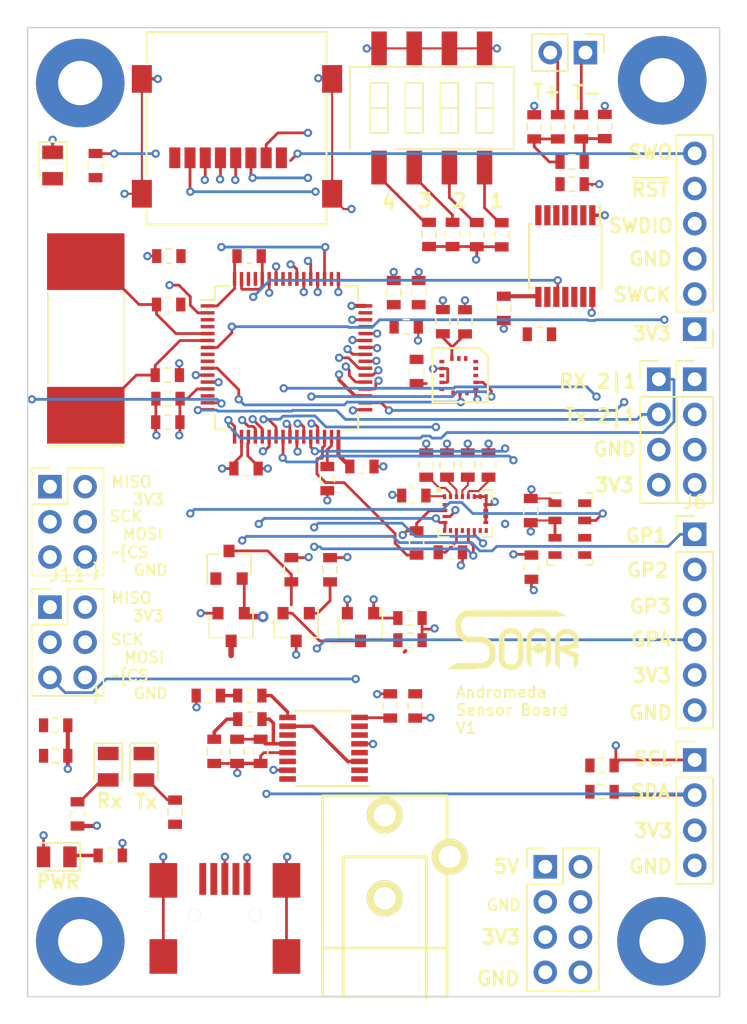
<source format=kicad_pcb>
(kicad_pcb (version 4) (host pcbnew 4.0.7)
  (layers (0 F.Cu signal) (1 In1.Cu power) (2 In2.Cu signal) (31 B.Cu signal) (34 B.Paste user) (35 F.Paste user) (36 B.SilkS user) (37 F.SilkS user hide) (38 B.Mask user) (39 F.Mask user) (44 Edge.Cuts user))
  (net 0 "")
  (net 1 "Net-(C1-Pad1)")
  (net 2 +3V3)
  (net 3 "Net-(C2-Pad1)")
  (net 4 VBUS)
  (net 5 VDC)
  (net 6 +5V)
  (net 7 "Net-(C10-Pad1)")
  (net 8 "Net-(C11-Pad1)")
  (net 9 "Net-(C12-Pad1)")
  (net 10 "Net-(C14-Pad1)")
  (net 11 "Net-(C23-Pad1)")
  (net 12 "Net-(C24-Pad2)")
  (net 13 "Net-(C28-Pad1)")
  (net 14 "Net-(C29-Pad1)")
  (net 15 "/Power and FTDI/TX_LED")
  (net 16 "Net-(D1-Pad2)")
  (net 17 "/Power and FTDI/RX_LED")
  (net 18 "Net-(D2-Pad2)")
  (net 19 VEXT)
  (net 20 "Net-(D4-Pad1)")
  (net 21 "Net-(D5-Pad2)")
  (net 22 SD_SPI_MISO)
  (net 23 SD_SPI_SCK)
  (net 24 SD_~CS)
  (net 25 SD_SPI_MOSI)
  (net 26 "Net-(J5-Pad2)")
  (net 27 GPIO1)
  (net 28 SWCLK)
  (net 29 SWDIO)
  (net 30 NRST)
  (net 31 SWO)
  (net 32 UART2_RX)
  (net 33 UART2_TX)
  (net 34 UART1_RX)
  (net 35 SPI2_MISO)
  (net 36 SPI2_SCK)
  (net 37 SPI2_MOSI)
  (net 38 SPI2_~CS)
  (net 39 SPI1_MISO)
  (net 40 SPI1_SCK)
  (net 41 SPI1_MOSI)
  (net 42 SPI1_~CS)
  (net 43 I2C1_SCL)
  (net 44 I2C1_SDA)
  (net 45 "Net-(R1-Pad1)")
  (net 46 "Net-(R2-Pad1)")
  (net 47 Accel_~CS)
  (net 48 Therm_~CS)
  (net 49 A/G_~CS)
  (net 50 Baro_~CS)
  (net 51 MAG_~CS)
  (net 52 GPIO10)
  (net 53 GPIO9)
  (net 54 GPIO8)
  (net 55 GPIO7)
  (net 56 GPIO6)
  (net 57 "Net-(U1-Pad10)")
  (net 58 UART1_TX)
  (net 59 MAG_INT)
  (net 60 A/G_INT)
  (net 61 "Net-(C3-Pad1)")
  (net 62 "Net-(J2-Pad2)")
  (net 63 GND)
  (net 64 GPIO4)
  (net 65 "Net-(J5-Pad1)")
  (net 66 GPIO2)
  (net 67 GPIO3)
  (net 68 A_INT)
  (net 69 "Net-(J4-Pad9)")
  (module Package_QFP:LQFP-64_10x10mm_P0.5mm (layer F.Cu) (at 98.7 68.9)
    (fp_text reference U4 hide)
    (fp_text value STM32F405R)
    (pad 1 smd rect (at -5.7 -3.75) (size 1 0.25) (layers F.Cu F.Paste F.Mask) (net 2 +3V3))
    (pad 2 smd rect (at -5.7 -3.25) (size 1 0.25) (layers F.Cu F.Paste F.Mask) (net 56 GPIO6))
    (pad 3 smd rect (at -5.7 -2.75) (size 1 0.25) (layers F.Cu F.Paste F.Mask))
    (pad 4 smd rect (at -5.7 -2.25) (size 1 0.25) (layers F.Cu F.Paste F.Mask))
    (pad 5 smd rect (at -5.7 -1.75) (size 1 0.25) (layers F.Cu F.Paste F.Mask) (net 10 "Net-(C14-Pad1)"))
    (pad 6 smd rect (at -5.7 -1.25) (size 1 0.25) (layers F.Cu F.Paste F.Mask) (net 9 "Net-(C12-Pad1)"))
    (pad 7 smd rect (at -5.7 -0.75) (size 1 0.25) (layers F.Cu F.Paste F.Mask) (net 30 NRST))
    (pad 8 smd rect (at -5.7 -0.25) (size 1 0.25) (layers F.Cu F.Paste F.Mask))
    (pad 9 smd rect (at -5.7 0.25) (size 1 0.25) (layers F.Cu F.Paste F.Mask))
    (pad 10 smd rect (at -5.7 0.75) (size 1 0.25) (layers F.Cu F.Paste F.Mask) (net 35 SPI2_MISO))
    (pad 11 smd rect (at -5.7 1.25) (size 1 0.25) (layers F.Cu F.Paste F.Mask) (net 37 SPI2_MOSI))
    (pad 12 smd rect (at -5.7 1.75) (size 1 0.25) (layers F.Cu F.Paste F.Mask) (net 63 GND))
    (pad 13 smd rect (at -5.7 2.25) (size 1 0.25) (layers F.Cu F.Paste F.Mask) (net 2 +3V3))
    (pad 14 smd rect (at -5.7 2.75) (size 1 0.25) (layers F.Cu F.Paste F.Mask))
    (pad 15 smd rect (at -5.7 3.25) (size 1 0.25) (layers F.Cu F.Paste F.Mask) (net 42 SPI1_~CS))
    (pad 16 smd rect (at -5.7 3.75) (size 1 0.25) (layers F.Cu F.Paste F.Mask) (net 33 UART2_TX))
    (pad 17 smd rect (at -3.75 5.7 90) (size 1 0.25) (layers F.Cu F.Paste F.Mask) (net 32 UART2_RX))
    (pad 18 smd rect (at -3.25 5.7 90) (size 1 0.25) (layers F.Cu F.Paste F.Mask) (net 63 GND))
    (pad 19 smd rect (at -2.75 5.7 90) (size 1 0.25) (layers F.Cu F.Paste F.Mask) (net 2 +3V3))
    (pad 20 smd rect (at -2.25 5.7 90) (size 1 0.25) (layers F.Cu F.Paste F.Mask) (net 27 GPIO1))
    (pad 21 smd rect (at -1.75 5.7 90) (size 1 0.25) (layers F.Cu F.Paste F.Mask) (net 40 SPI1_SCK))
    (pad 22 smd rect (at -1.25 5.7 90) (size 1 0.25) (layers F.Cu F.Paste F.Mask) (net 39 SPI1_MISO))
    (pad 23 smd rect (at -0.75 5.7 90) (size 1 0.25) (layers F.Cu F.Paste F.Mask) (net 41 SPI1_MOSI))
    (pad 24 smd rect (at -0.25 5.7 90) (size 1 0.25) (layers F.Cu F.Paste F.Mask) (net 50 Baro_~CS))
    (pad 25 smd rect (at 0.25 5.7 90) (size 1 0.25) (layers F.Cu F.Paste F.Mask) (net 64 GPIO4))
    (pad 26 smd rect (at 0.75 5.7 90) (size 1 0.25) (layers F.Cu F.Paste F.Mask) (net 59 MAG_INT))
    (pad 27 smd rect (at 1.25 5.7 90) (size 1 0.25) (layers F.Cu F.Paste F.Mask) (net 60 A/G_INT))
    (pad 28 smd rect (at 1.75 5.7 90) (size 1 0.25) (layers F.Cu F.Paste F.Mask) (net 51 MAG_~CS))
    (pad 29 smd rect (at 2.25 5.7 90) (size 1 0.25) (layers F.Cu F.Paste F.Mask) (net 36 SPI2_SCK))
    (pad 30 smd rect (at 2.75 5.7 90) (size 1 0.25) (layers F.Cu F.Paste F.Mask) (net 49 A/G_~CS))
    (pad 31 smd rect (at 3.25 5.7 90) (size 1 0.25) (layers F.Cu F.Paste F.Mask) (net 8 "Net-(C11-Pad1)"))
    (pad 32 smd rect (at 3.75 5.7 90) (size 1 0.25) (layers F.Cu F.Paste F.Mask) (net 2 +3V3))
    (pad 33 smd rect (at 5.7 3.75) (size 1 0.25) (layers F.Cu F.Paste F.Mask) (net 38 SPI2_~CS))
    (pad 34 smd rect (at 5.7 3.25) (size 1 0.25) (layers F.Cu F.Paste F.Mask) (net 67 GPIO3))
    (pad 35 smd rect (at 5.7 2.75) (size 1 0.25) (layers F.Cu F.Paste F.Mask) (net 66 GPIO2))
    (pad 36 smd rect (at 5.7 2.25) (size 1 0.25) (layers F.Cu F.Paste F.Mask) (net 47 Accel_~CS))
    (pad 37 smd rect (at 5.7 1.75) (size 1 0.25) (layers F.Cu F.Paste F.Mask) (net 52 GPIO10))
    (pad 38 smd rect (at 5.7 1.25) (size 1 0.25) (layers F.Cu F.Paste F.Mask) (net 68 A_INT))
    (pad 39 smd rect (at 5.7 0.75) (size 1 0.25) (layers F.Cu F.Paste F.Mask) (net 53 GPIO9))
    (pad 40 smd rect (at 5.7 0.25) (size 1 0.25) (layers F.Cu F.Paste F.Mask) (net 54 GPIO8))
    (pad 41 smd rect (at 5.7 -0.25) (size 1 0.25) (layers F.Cu F.Paste F.Mask) (net 55 GPIO7))
    (pad 42 smd rect (at 5.7 -0.75) (size 1 0.25) (layers F.Cu F.Paste F.Mask) (net 58 UART1_TX))
    (pad 43 smd rect (at 5.7 -1.25) (size 1 0.25) (layers F.Cu F.Paste F.Mask) (net 34 UART1_RX))
    (pad 44 smd rect (at 5.7 -1.75) (size 1 0.25) (layers F.Cu F.Paste F.Mask) (net 48 Therm_~CS))
    (pad 45 smd rect (at 5.7 -2.25) (size 1 0.25) (layers F.Cu F.Paste F.Mask))
    (pad 46 smd rect (at 5.7 -2.75) (size 1 0.25) (layers F.Cu F.Paste F.Mask) (net 29 SWDIO))
    (pad 47 smd rect (at 5.7 -3.25) (size 1 0.25) (layers F.Cu F.Paste F.Mask) (net 7 "Net-(C10-Pad1)"))
    (pad 48 smd rect (at 5.7 -3.75) (size 1 0.25) (layers F.Cu F.Paste F.Mask) (net 2 +3V3))
    (pad 49 smd rect (at 3.75 -5.7 90) (size 1 0.25) (layers F.Cu F.Paste F.Mask) (net 28 SWCLK))
    (pad 50 smd rect (at 3.25 -5.7 90) (size 1 0.25) (layers F.Cu F.Paste F.Mask))
    (pad 51 smd rect (at 2.75 -5.7 90) (size 1 0.25) (layers F.Cu F.Paste F.Mask) (net 23 SD_SPI_SCK))
    (pad 52 smd rect (at 2.25 -5.7 90) (size 1 0.25) (layers F.Cu F.Paste F.Mask) (net 22 SD_SPI_MISO))
    (pad 53 smd rect (at 1.75 -5.7 90) (size 1 0.25) (layers F.Cu F.Paste F.Mask) (net 25 SD_SPI_MOSI))
    (pad 54 smd rect (at 1.25 -5.7 90) (size 1 0.25) (layers F.Cu F.Paste F.Mask) (net 24 SD_~CS))
    (pad 55 smd rect (at 0.75 -5.7 90) (size 1 0.25) (layers F.Cu F.Paste F.Mask) (net 31 SWO))
    (pad 56 smd rect (at 0.25 -5.7 90) (size 1 0.25) (layers F.Cu F.Paste F.Mask))
    (pad 57 smd rect (at -0.25 -5.7 90) (size 1 0.25) (layers F.Cu F.Paste F.Mask))
    (pad 58 smd rect (at -0.75 -5.7 90) (size 1 0.25) (layers F.Cu F.Paste F.Mask) (net 43 I2C1_SCL))
    (pad 59 smd rect (at -1.25 -5.7 90) (size 1 0.25) (layers F.Cu F.Paste F.Mask) (net 44 I2C1_SDA))
    (pad 60 smd rect (at -1.75 -5.7 90) (size 1 0.25) (layers F.Cu F.Paste F.Mask) (net 63 GND))
    (pad 61 smd rect (at -2.25 -5.7 90) (size 1 0.25) (layers F.Cu F.Paste F.Mask))
    (pad 62 smd rect (at -2.75 -5.7 90) (size 1 0.25) (layers F.Cu F.Paste F.Mask))
    (pad 63 smd rect (at -3.25 -5.7 90) (size 1 0.25) (layers F.Cu F.Paste F.Mask) (net 63 GND))
    (pad 64 smd rect (at -3.75 -5.7 90) (size 1 0.25) (layers F.Cu F.Paste F.Mask) (net 2 +3V3))
  )
  (module Capacitor_SMD:C_0603_1608Metric (layer F.Cu) (at 111.6 66.3 90)
    (fp_text reference C21 hide)
    (fp_text value 10uF)
    (pad 1 smd rect (at -0.875 0 90) (size 0.67 1) (layers F.Cu F.Paste F.Mask) (net 2 +3V3))
    (pad 2 smd rect (at 0.875 0 90) (size 0.67 1) (layers F.Cu F.Paste F.Mask) (net 63 GND))
  )
  (module Conn_PinHeader_2.54mm:PinHeader_2x03_P2.54mm_Vertical (layer F.Cu) (at 81.61 86.91)
    (fp_text reference J11 (at 1.27 -2.33) (layer F.SilkS))
    (fp_text value Conn_02x03_Odd_Even)
    (pad 1 thru_hole rect (at 0 0) (size 1.7 1.7) (drill 1) (layers *.Cu *.Mask) (net 35 SPI2_MISO))
    (pad 2 thru_hole oval (at 2.54 0) (size 1.7 1.7) (drill 1) (layers *.Cu *.Mask) (net 2 +3V3))
    (pad 3 thru_hole oval (at 0 2.54) (size 1.7 1.7) (drill 1) (layers *.Cu *.Mask) (net 36 SPI2_SCK))
    (pad 4 thru_hole oval (at 2.54 2.54) (size 1.7 1.7) (drill 1) (layers *.Cu *.Mask) (net 37 SPI2_MOSI))
    (pad 5 thru_hole oval (at 0 5.08) (size 1.7 1.7) (drill 1) (layers *.Cu *.Mask) (net 38 SPI2_~CS))
    (pad 6 thru_hole oval (at 2.54 5.08) (size 1.7 1.7) (drill 1) (layers *.Cu *.Mask) (net 63 GND))
  )
  (module SOAR:LGA-16 (layer F.Cu) (at 111.15 70.2)
    (fp_text reference U5 hide)
    (fp_text value LIS3DH)
    (pad 16 smd rect (at 0.5 -1.25) (size 0.25 0.35) (layers F.Cu F.Paste F.Mask))
    (pad 15 smd rect (at 0 -1.25) (size 0.25 0.35) (layers F.Cu F.Paste F.Mask))
    (pad 14 smd rect (at -0.5 -1.25) (size 0.25 0.35) (layers F.Cu F.Paste F.Mask) (net 2 +3V3))
    (pad 8 smd rect (at -0.41 1.23) (size 0.25 0.35) (layers F.Cu F.Paste F.Mask) (net 47 Accel_~CS))
    (pad 7 smd rect (at 0.09 1.23) (size 0.25 0.35) (layers F.Cu F.Paste F.Mask) (net 35 SPI2_MISO))
    (pad 6 smd rect (at 0.59 1.23) (size 0.25 0.35) (layers F.Cu F.Paste F.Mask) (net 37 SPI2_MOSI))
    (pad 1 smd rect (at 1.225 -1.025 90) (size 0.25 0.35) (layers F.Cu F.Paste F.Mask) (net 2 +3V3))
    (pad 2 smd rect (at 1.225 -0.525 90) (size 0.25 0.35) (layers F.Cu F.Paste F.Mask))
    (pad 3 smd rect (at 1.225 -0.025 90) (size 0.25 0.35) (layers F.Cu F.Paste F.Mask))
    (pad 4 smd rect (at 1.225 0.475 90) (size 0.25 0.35) (layers F.Cu F.Paste F.Mask) (net 36 SPI2_SCK))
    (pad 5 smd rect (at 1.225 0.975 90) (size 0.25 0.35) (layers F.Cu F.Paste F.Mask) (net 63 GND))
    (pad 9 smd rect (at -1.225 0.975) (size 0.35 0.25) (layers F.Cu F.Paste F.Mask))
    (pad 10 smd rect (at -1.225 0.475 90) (size 0.25 0.35) (layers F.Cu F.Paste F.Mask) (net 63 GND))
    (pad 11 smd rect (at -1.225 -0.025 90) (size 0.25 0.35) (layers F.Cu F.Paste F.Mask) (net 68 A_INT))
    (pad 12 smd rect (at -1.225 -0.525 90) (size 0.25 0.35) (layers F.Cu F.Paste F.Mask) (net 63 GND))
    (pad 13 smd rect (at -1.225 -1.025 90) (size 0.25 0.35) (layers F.Cu F.Paste F.Mask))
  )
  (module Crystal:Crystal_SMD_SeikoEpson_MA505-2Pin_12.7x5.1mm (layer F.Cu) (at 84.2 70.1 90)
    (fp_text reference Y1 hide)
    (fp_text value Crystal_8MHz_18pf)
    (pad 1 smd rect (at -2.95 0 90) (size 4.1 5.6) (layers F.Cu F.Paste F.Mask) (net 9 "Net-(C12-Pad1)"))
    (pad 2 smd rect (at 8.15 0 90) (size 4.1 5.6) (layers F.Cu F.Paste F.Mask) (net 10 "Net-(C14-Pad1)"))
  )
  (module SOAR:CUI_PJ-102A (layer F.Cu) (at 105.8 104.95 180)
    (fp_text reference J2 hide)
    (fp_text value Barrel_Jack hide)
    (pad 1 thru_hole circle (at 0 3 180) (size 2.6 2.6) (drill 1.6) (layers *.Cu *.Mask F.SilkS) (net 19 VEXT))
    (pad 2 thru_hole circle (at 0 -3 180) (size 2.6 2.6) (drill 1.6) (layers *.Cu *.Mask F.SilkS) (net 62 "Net-(J2-Pad2)"))
    (pad 3 thru_hole circle (at -4.7 0 180) (size 2.6 2.6) (drill 1.6) (layers *.Cu *.Mask F.SilkS) (net 62 "Net-(J2-Pad2)"))
  )
  (module SOAR:Conn,Molex,Hinged_microSD (layer F.Cu) (at 94.49 54.37)
    (fp_text reference J4 hide)
    (fp_text value Micro_SD_Card)
    (pad 9 smd rect (at 7.51 2.68) (size 1.45 2) (layers F.Cu F.Paste F.Mask) (net 69 "Net-(J4-Pad9)"))
    (pad 9 smd rect (at -6.24 2.68) (size 1.45 2) (layers F.Cu F.Paste F.Mask) (net 69 "Net-(J4-Pad9)"))
    (pad 9 smd rect (at -6.24 -5.62) (size 1.45 2) (layers F.Cu F.Paste F.Mask) (net 69 "Net-(J4-Pad9)"))
    (pad 8 smd rect (at -3.86 0.08) (size 0.8 1.5) (layers F.Cu F.Paste F.Mask))
    (pad 7 smd rect (at -2.76 0.08) (size 0.8 1.5) (layers F.Cu F.Paste F.Mask) (net 22 SD_SPI_MISO))
    (pad 6 smd rect (at -1.66 0.08) (size 0.8 1.5) (layers F.Cu F.Paste F.Mask) (net 63 GND))
    (pad 5 smd rect (at -0.56 0.08) (size 0.8 1.5) (layers F.Cu F.Paste F.Mask) (net 23 SD_SPI_SCK))
    (pad 4 smd rect (at 0.54 0.08) (size 0.8 1.5) (layers F.Cu F.Paste F.Mask) (net 2 +3V3))
    (pad 2 smd rect (at 2.74 0.08) (size 0.8 1.5) (layers F.Cu F.Paste F.Mask) (net 24 SD_~CS))
    (pad 1 smd rect (at 3.84 0.08) (size 0.8 1.5) (layers F.Cu F.Paste F.Mask))
    (pad 3 smd rect (at 1.64 0.08) (size 0.8 1.5) (layers F.Cu F.Paste F.Mask) (net 25 SD_SPI_MOSI))
    (pad 9 smd rect (at 7.51 -5.62) (size 1.45 2) (layers F.Cu F.Paste F.Mask) (net 69 "Net-(J4-Pad9)"))
  )
  (module SOAR:USB-Mini-B (layer F.Cu) (at 94.24992 114.40044 180)
    (fp_text reference J1)
    (fp_text value USB_MINIB)
    (pad 6 smd rect (at 4.45008 2.25044 180) (size 1.99898 2.49936) (layers F.Cu F.Paste F.Mask) (net 63 GND) (clearance 0.14986))
    (pad 6 smd rect (at 4.45008 7.74954 180) (size 1.99898 2.49936) (layers F.Cu F.Paste F.Mask) (net 63 GND))
    (pad 6 smd rect (at -4.45008 7.74954 180) (size 1.99898 2.49936) (layers F.Cu F.Paste F.Mask) (net 63 GND))
    (pad 6 smd rect (at -4.45008 2.25044 180) (size 1.99898 2.49936) (layers F.Cu F.Paste F.Mask) (net 63 GND))
    (pad "" thru_hole circle (at 2.19964 5.25018 180) (size 0.90932 0.90932) (drill 0.89916) (layers *.Cu *.Mask F.SilkS) (clearance 0.14986))
    (pad "" thru_hole circle (at -2.19964 5.25018 180) (size 0.90932 0.90932) (drill 0.89916) (layers *.Cu *.Mask F.SilkS) (clearance 0.14986))
    (pad 5 smd rect (at -1.6002 7.85114 180) (size 0.50038 2.30124) (layers F.Cu F.Paste F.Mask) (net 63 GND) (clearance 0.14986))
    (pad 4 smd rect (at -0.8001 7.85114 180) (size 0.50038 2.30124) (layers F.Cu F.Paste F.Mask) (clearance 0.14986))
    (pad 3 smd rect (at 0 7.85114 180) (size 0.50038 2.30124) (layers F.Cu F.Paste F.Mask) (net 3 "Net-(C2-Pad1)") (clearance 0.14986))
    (pad 2 smd rect (at 0.8001 7.85114 180) (size 0.50038 2.30124) (layers F.Cu F.Paste F.Mask) (net 1 "Net-(C1-Pad1)") (clearance 0.14986))
    (pad 1 smd rect (at 1.6002 7.85114 180) (size 0.50038 2.30124) (layers F.Cu F.Paste F.Mask) (net 61 "Net-(C3-Pad1)") (clearance 0.14986))
  )
  (module Conn_PinHeader_2.54mm:PinHeader_1x06_P2.54mm_Vertical (layer F.Cu) (at 128.2 66.83 180)
    (fp_text reference J7 hide)
    (fp_text value Conn_01x06)
    (pad 1 thru_hole rect (at 0 0 180) (size 1.7 1.7) (drill 1) (layers *.Cu *.Mask) (net 2 +3V3))
    (pad 2 thru_hole oval (at 0 2.54 180) (size 1.7 1.7) (drill 1) (layers *.Cu *.Mask) (net 28 SWCLK))
    (pad 3 thru_hole oval (at 0 5.08 180) (size 1.7 1.7) (drill 1) (layers *.Cu *.Mask) (net 63 GND))
    (pad 4 thru_hole oval (at 0 7.62 180) (size 1.7 1.7) (drill 1) (layers *.Cu *.Mask) (net 29 SWDIO))
    (pad 5 thru_hole oval (at 0 10.16 180) (size 1.7 1.7) (drill 1) (layers *.Cu *.Mask) (net 30 NRST))
    (pad 6 thru_hole oval (at 0 12.7 180) (size 1.7 1.7) (drill 1) (layers *.Cu *.Mask) (net 31 SWO))
  )
  (module Conn_PinHeader_2.54mm:PinHeader_1x04_P2.54mm_Vertical (layer F.Cu) (at 128.2 70.45)
    (fp_text reference J9 hide)
    (fp_text value Conn_01x04)
    (pad 1 thru_hole rect (at 0 0) (size 1.7 1.7) (drill 1) (layers *.Cu *.Mask) (net 34 UART1_RX))
    (pad 2 thru_hole oval (at 0 2.54) (size 1.7 1.7) (drill 1) (layers *.Cu *.Mask) (net 58 UART1_TX))
    (pad 3 thru_hole oval (at 0 5.08) (size 1.7 1.7) (drill 1) (layers *.Cu *.Mask) (net 63 GND))
    (pad 4 thru_hole oval (at 0 7.62) (size 1.7 1.7) (drill 1) (layers *.Cu *.Mask) (net 2 +3V3))
  )
  (module Conn_PinHeader_2.54mm:PinHeader_2x03_P2.54mm_Vertical (layer F.Cu) (at 81.61 78.21)
    (fp_text reference J12 hide)
    (fp_text value Conn_02x03_Odd_Even)
    (pad 1 thru_hole rect (at 0 0) (size 1.7 1.7) (drill 1) (layers *.Cu *.Mask) (net 39 SPI1_MISO))
    (pad 2 thru_hole oval (at 2.54 0) (size 1.7 1.7) (drill 1) (layers *.Cu *.Mask) (net 2 +3V3))
    (pad 3 thru_hole oval (at 0 2.54) (size 1.7 1.7) (drill 1) (layers *.Cu *.Mask) (net 40 SPI1_SCK))
    (pad 4 thru_hole oval (at 2.54 2.54) (size 1.7 1.7) (drill 1) (layers *.Cu *.Mask) (net 41 SPI1_MOSI))
    (pad 5 thru_hole oval (at 0 5.08) (size 1.7 1.7) (drill 1) (layers *.Cu *.Mask) (net 42 SPI1_~CS))
    (pad 6 thru_hole oval (at 2.54 5.08) (size 1.7 1.7) (drill 1) (layers *.Cu *.Mask) (net 63 GND))
  )
  (module Button_Switch_SMD:SW_DIP_x4_W8.61mm_Slide_LowProfile (layer F.Cu) (at 109.2 50.85 90)
    (fp_text reference SW1 hide)
    (fp_text value SW_DIP_x04)
    (pad 1 smd rect (at -4.305 -3.81 90) (size 2.44 1.12) (layers F.Cu F.Paste F.Mask) (net 55 GPIO7))
    (pad 5 smd rect (at 4.305 3.81 90) (size 2.44 1.12) (layers F.Cu F.Paste F.Mask) (net 63 GND))
    (pad 2 smd rect (at -4.305 -1.27 90) (size 2.44 1.12) (layers F.Cu F.Paste F.Mask) (net 54 GPIO8))
    (pad 6 smd rect (at 4.305 1.27 90) (size 2.44 1.12) (layers F.Cu F.Paste F.Mask) (net 63 GND))
    (pad 3 smd rect (at -4.305 1.27 90) (size 2.44 1.12) (layers F.Cu F.Paste F.Mask) (net 53 GPIO9))
    (pad 7 smd rect (at 4.305 -1.27 90) (size 2.44 1.12) (layers F.Cu F.Paste F.Mask) (net 63 GND))
    (pad 4 smd rect (at -4.305 3.81 90) (size 2.44 1.12) (layers F.Cu F.Paste F.Mask) (net 52 GPIO10))
    (pad 8 smd rect (at 4.305 -3.81 90) (size 2.44 1.12) (layers F.Cu F.Paste F.Mask) (net 63 GND))
  )
  (module Package_SSOP:SSOP-16_3.9x4.9mm_P0.635mm (layer F.Cu) (at 101.380254 97.104226 180)
    (fp_text reference U1 hide)
    (fp_text value FT230XS)
    (pad 1 smd rect (at -2.6 -2.2225 180) (size 1.2 0.4) (layers F.Cu F.Paste F.Mask) (net 34 UART1_RX))
    (pad 2 smd rect (at -2.6 -1.5875 180) (size 1.2 0.4) (layers F.Cu F.Paste F.Mask))
    (pad 3 smd rect (at -2.6 -0.9525 180) (size 1.2 0.4) (layers F.Cu F.Paste F.Mask) (net 57 "Net-(U1-Pad10)"))
    (pad 4 smd rect (at -2.6 -0.3175 180) (size 1.2 0.4) (layers F.Cu F.Paste F.Mask) (net 58 UART1_TX))
    (pad 5 smd rect (at -2.6 0.3175 180) (size 1.2 0.4) (layers F.Cu F.Paste F.Mask) (net 63 GND))
    (pad 6 smd rect (at -2.6 0.9525 180) (size 1.2 0.4) (layers F.Cu F.Paste F.Mask))
    (pad 7 smd rect (at -2.6 1.5875 180) (size 1.2 0.4) (layers F.Cu F.Paste F.Mask))
    (pad 8 smd rect (at -2.6 2.2225 180) (size 1.2 0.4) (layers F.Cu F.Paste F.Mask) (net 46 "Net-(R2-Pad1)"))
    (pad 9 smd rect (at 2.6 2.2225 180) (size 1.2 0.4) (layers F.Cu F.Paste F.Mask) (net 45 "Net-(R1-Pad1)"))
    (pad 10 smd rect (at 2.6 1.5875 180) (size 1.2 0.4) (layers F.Cu F.Paste F.Mask) (net 57 "Net-(U1-Pad10)"))
    (pad 11 smd rect (at 2.6 0.9525 180) (size 1.2 0.4) (layers F.Cu F.Paste F.Mask))
    (pad 12 smd rect (at 2.6 0.3175 180) (size 1.2 0.4) (layers F.Cu F.Paste F.Mask) (net 4 VBUS))
    (pad 13 smd rect (at 2.6 -0.3175 180) (size 1.2 0.4) (layers F.Cu F.Paste F.Mask) (net 63 GND))
    (pad 14 smd rect (at 2.6 -0.9525 180) (size 1.2 0.4) (layers F.Cu F.Paste F.Mask) (net 17 "/Power and FTDI/RX_LED"))
    (pad 15 smd rect (at 2.6 -1.5875 180) (size 1.2 0.4) (layers F.Cu F.Paste F.Mask) (net 15 "/Power and FTDI/TX_LED"))
    (pad 16 smd rect (at 2.6 -2.2225 180) (size 1.2 0.4) (layers F.Cu F.Paste F.Mask))
  )
  (module Package_SSOP:TSSOP-14_4.4x5mm_P0.65mm (layer F.Cu) (at 118.85 61.55 270)
    (fp_text reference U6 hide)
    (fp_text value MAX31856)
    (pad 1 smd rect (at -2.95 -1.95 270) (size 1.45 0.45) (layers F.Cu F.Paste F.Mask) (net 63 GND))
    (pad 2 smd rect (at -2.95 -1.3 270) (size 1.45 0.45) (layers F.Cu F.Paste F.Mask) (net 65 "Net-(J5-Pad1)"))
    (pad 3 smd rect (at -2.95 -0.65 270) (size 1.45 0.45) (layers F.Cu F.Paste F.Mask) (net 11 "Net-(C23-Pad1)"))
    (pad 4 smd rect (at -2.95 0 270) (size 1.45 0.45) (layers F.Cu F.Paste F.Mask) (net 12 "Net-(C24-Pad2)"))
    (pad 5 smd rect (at -2.95 0.65 270) (size 1.45 0.45) (layers F.Cu F.Paste F.Mask) (net 2 +3V3))
    (pad 6 smd rect (at -2.95 1.3 270) (size 1.45 0.45) (layers F.Cu F.Paste F.Mask))
    (pad 7 smd rect (at -2.95 1.95 270) (size 1.45 0.45) (layers F.Cu F.Paste F.Mask))
    (pad 8 smd rect (at 2.95 1.95 270) (size 1.45 0.45) (layers F.Cu F.Paste F.Mask) (net 2 +3V3))
    (pad 9 smd rect (at 2.95 1.3 270) (size 1.45 0.45) (layers F.Cu F.Paste F.Mask) (net 48 Therm_~CS))
    (pad 10 smd rect (at 2.95 0.65 270) (size 1.45 0.45) (layers F.Cu F.Paste F.Mask) (net 40 SPI1_SCK))
    (pad 11 smd rect (at 2.95 0 270) (size 1.45 0.45) (layers F.Cu F.Paste F.Mask) (net 39 SPI1_MISO))
    (pad 12 smd rect (at 2.95 -0.65 270) (size 1.45 0.45) (layers F.Cu F.Paste F.Mask) (net 41 SPI1_MOSI))
    (pad 13 smd rect (at 2.95 -1.3 270) (size 1.45 0.45) (layers F.Cu F.Paste F.Mask))
    (pad 14 smd rect (at 2.95 -1.95 270) (size 1.45 0.45) (layers F.Cu F.Paste F.Mask) (net 63 GND))
  )
  (module Package_LGA:LGA-24L_3x3.5mm_P0.43mm (layer F.Cu) (at 111.625 80.15)
    (fp_text reference U7 hide)
    (fp_text value LSM9DS1)
    (pad 1 smd rect (at -1.505 -1.225) (size 0.23 0.35) (layers F.Cu F.Paste F.Mask) (net 2 +3V3))
    (pad 2 smd rect (at -1.475 -0.645) (size 0.35 0.23) (layers F.Cu F.Paste F.Mask) (net 40 SPI1_SCK))
    (pad 17 smd rect (at 1.475 -0.645) (size 0.35 0.23) (layers F.Cu F.Paste F.Mask) (net 63 GND))
    (pad 3 smd rect (at -1.475 -0.215) (size 0.35 0.23) (layers F.Cu F.Paste F.Mask) (net 2 +3V3))
    (pad 16 smd rect (at 1.475 -0.215) (size 0.35 0.23) (layers F.Cu F.Paste F.Mask) (net 63 GND))
    (pad 4 smd rect (at -1.475 0.215) (size 0.35 0.23) (layers F.Cu F.Paste F.Mask) (net 41 SPI1_MOSI))
    (pad 15 smd rect (at 1.475 0.215) (size 0.35 0.23) (layers F.Cu F.Paste F.Mask) (net 63 GND))
    (pad 5 smd rect (at -1.475 0.645) (size 0.35 0.23) (layers F.Cu F.Paste F.Mask) (net 39 SPI1_MISO))
    (pad 14 smd rect (at 1.475 0.645) (size 0.35 0.23) (layers F.Cu F.Paste F.Mask) (net 63 GND))
    (pad 24 smd rect (at -1.075 -1.225) (size 0.23 0.35) (layers F.Cu F.Paste F.Mask) (net 14 "Net-(C29-Pad1)"))
    (pad 23 smd rect (at -0.645 -1.225) (size 0.23 0.35) (layers F.Cu F.Paste F.Mask) (net 2 +3V3))
    (pad 22 smd rect (at -0.215 -1.225) (size 0.23 0.35) (layers F.Cu F.Paste F.Mask) (net 2 +3V3))
    (pad 21 smd rect (at 0.215 -1.225) (size 0.23 0.35) (layers F.Cu F.Paste F.Mask) (net 13 "Net-(C28-Pad1)"))
    (pad 20 smd rect (at 0.645 -1.225) (size 0.23 0.35) (layers F.Cu F.Paste F.Mask) (net 63 GND))
    (pad 19 smd rect (at 1.075 -1.225) (size 0.23 0.35) (layers F.Cu F.Paste F.Mask) (net 63 GND))
    (pad 18 smd rect (at 1.505 -1.225) (size 0.23 0.35) (layers F.Cu F.Paste F.Mask) (net 63 GND))
    (pad 6 smd rect (at -1.505 1.225) (size 0.23 0.35) (layers F.Cu F.Paste F.Mask) (net 39 SPI1_MISO))
    (pad 7 smd rect (at -1.075 1.225) (size 0.23 0.35) (layers F.Cu F.Paste F.Mask) (net 49 A/G_~CS))
    (pad 8 smd rect (at -0.645 1.225) (size 0.23 0.35) (layers F.Cu F.Paste F.Mask) (net 51 MAG_~CS))
    (pad 9 smd rect (at -0.215 1.225) (size 0.23 0.35) (layers F.Cu F.Paste F.Mask))
    (pad 10 smd rect (at 0.215 1.225) (size 0.23 0.35) (layers F.Cu F.Paste F.Mask) (net 59 MAG_INT))
    (pad 11 smd rect (at 0.645 1.225) (size 0.23 0.35) (layers F.Cu F.Paste F.Mask) (net 60 A/G_INT))
    (pad 12 smd rect (at 1.075 1.225) (size 0.23 0.35) (layers F.Cu F.Paste F.Mask))
    (pad 13 smd rect (at 1.505 1.225) (size 0.23 0.35) (layers F.Cu F.Paste F.Mask))
  )
  (module Package_LGA:LGA-8_3x5mm_P1.25mm (layer F.Cu) (at 119.175 81.275)
    (fp_text reference U8 hide)
    (fp_text value MS5607)
    (pad 4 smd rect (at -1.075 1.875) (size 0.95 0.55) (layers F.Cu F.Paste F.Mask) (net 50 Baro_~CS))
    (pad 1 smd rect (at -1.075 -1.875) (size 0.95 0.55) (layers F.Cu F.Paste F.Mask) (net 2 +3V3))
    (pad 2 smd rect (at -1.075 -0.625) (size 0.95 0.55) (layers F.Cu F.Paste F.Mask) (net 63 GND))
    (pad 3 smd rect (at -1.075 0.625) (size 0.95 0.55) (layers F.Cu F.Paste F.Mask) (net 63 GND))
    (pad 8 smd rect (at 1.075 -1.875) (size 0.95 0.55) (layers F.Cu F.Paste F.Mask) (net 36 SPI2_SCK))
    (pad 7 smd rect (at 1.075 -0.625) (size 0.95 0.55) (layers F.Cu F.Paste F.Mask) (net 37 SPI2_MOSI))
    (pad 6 smd rect (at 1.075 0.625) (size 0.95 0.55) (layers F.Cu F.Paste F.Mask) (net 35 SPI2_MISO))
    (pad 5 smd rect (at 1.075 1.875) (size 0.95 0.55) (layers F.Cu F.Paste F.Mask) (net 50 Baro_~CS))
  )
  (module Conn_PinHeader_2.54mm:PinHeader_2x04_P2.54mm_Vertical (layer F.Cu) (at 117.4 105.67)
    (fp_text reference J3 hide)
    (fp_text value Conn_02x04_Odd_Even)
    (pad 1 thru_hole rect (at 0 0) (size 1.7 1.7) (drill 1) (layers *.Cu *.Mask) (net 6 +5V))
    (pad 2 thru_hole oval (at 2.54 0) (size 1.7 1.7) (drill 1) (layers *.Cu *.Mask) (net 6 +5V))
    (pad 3 thru_hole oval (at 0 2.54) (size 1.7 1.7) (drill 1) (layers *.Cu *.Mask) (net 63 GND))
    (pad 4 thru_hole oval (at 2.54 2.54) (size 1.7 1.7) (drill 1) (layers *.Cu *.Mask) (net 63 GND))
    (pad 5 thru_hole oval (at 0 5.08) (size 1.7 1.7) (drill 1) (layers *.Cu *.Mask) (net 2 +3V3))
    (pad 6 thru_hole oval (at 2.54 5.08) (size 1.7 1.7) (drill 1) (layers *.Cu *.Mask) (net 2 +3V3))
    (pad 7 thru_hole oval (at 0 7.62) (size 1.7 1.7) (drill 1) (layers *.Cu *.Mask) (net 63 GND))
    (pad 8 thru_hole oval (at 2.54 7.62) (size 1.7 1.7) (drill 1) (layers *.Cu *.Mask) (net 63 GND))
  )
  (module Conn_PinHeader_2.54mm:PinHeader_1x02_P2.54mm_Vertical (layer F.Cu) (at 120.3 46.85 270)
    (fp_text reference J5 hide)
    (fp_text value Conn_01x02)
    (pad 1 thru_hole rect (at 0 0 270) (size 1.7 1.7) (drill 1) (layers *.Cu *.Mask) (net 65 "Net-(J5-Pad1)"))
    (pad 2 thru_hole oval (at 0 2.54 270) (size 1.7 1.7) (drill 1) (layers *.Cu *.Mask) (net 26 "Net-(J5-Pad2)"))
  )
  (module Conn_PinHeader_2.54mm:PinHeader_1x06_P2.54mm_Vertical (layer F.Cu) (at 128.2 81.65)
    (fp_text reference J6 (at 0 -2.33) (layer F.SilkS))
    (fp_text value Conn_01x06)
    (pad 1 thru_hole rect (at 0 0) (size 1.7 1.7) (drill 1) (layers *.Cu *.Mask) (net 27 GPIO1))
    (pad 2 thru_hole oval (at 0 2.54) (size 1.7 1.7) (drill 1) (layers *.Cu *.Mask) (net 66 GPIO2))
    (pad 3 thru_hole oval (at 0 5.08) (size 1.7 1.7) (drill 1) (layers *.Cu *.Mask) (net 67 GPIO3))
    (pad 4 thru_hole oval (at 0 7.62) (size 1.7 1.7) (drill 1) (layers *.Cu *.Mask) (net 64 GPIO4))
    (pad 5 thru_hole oval (at 0 10.16) (size 1.7 1.7) (drill 1) (layers *.Cu *.Mask) (net 2 +3V3))
    (pad 6 thru_hole oval (at 0 12.7) (size 1.7 1.7) (drill 1) (layers *.Cu *.Mask) (net 63 GND))
  )
  (module Conn_PinHeader_2.54mm:PinHeader_1x04_P2.54mm_Vertical (layer F.Cu) (at 125.6 70.45)
    (fp_text reference J8 hide)
    (fp_text value Conn_01x04)
    (pad 1 thru_hole rect (at 0 0) (size 1.7 1.7) (drill 1) (layers *.Cu *.Mask) (net 32 UART2_RX))
    (pad 2 thru_hole oval (at 0 2.54) (size 1.7 1.7) (drill 1) (layers *.Cu *.Mask) (net 33 UART2_TX))
    (pad 3 thru_hole oval (at 0 5.08) (size 1.7 1.7) (drill 1) (layers *.Cu *.Mask) (net 63 GND))
    (pad 4 thru_hole oval (at 0 7.62) (size 1.7 1.7) (drill 1) (layers *.Cu *.Mask) (net 2 +3V3))
  )
  (module Conn_PinHeader_2.54mm:PinHeader_1x04_P2.54mm_Vertical (layer F.Cu) (at 128.2 97.95)
    (fp_text reference J13 hide)
    (fp_text value Conn_01x04)
    (pad 1 thru_hole rect (at 0 0) (size 1.7 1.7) (drill 1) (layers *.Cu *.Mask) (net 43 I2C1_SCL))
    (pad 2 thru_hole oval (at 0 2.54) (size 1.7 1.7) (drill 1) (layers *.Cu *.Mask) (net 44 I2C1_SDA))
    (pad 3 thru_hole oval (at 0 5.08) (size 1.7 1.7) (drill 1) (layers *.Cu *.Mask) (net 2 +3V3))
    (pad 4 thru_hole oval (at 0 7.62) (size 1.7 1.7) (drill 1) (layers *.Cu *.Mask) (net 63 GND))
  )
  (module MountingHole:MountingHole_3.2mm_M3_Pad (layer F.Cu) (at 125.85 48.85)
    (fp_text reference MK1 hide)
    (fp_text value Mounting_Hole_PAD)
    (pad 1 thru_hole circle (at 0 0) (size 6.4 6.4) (drill 3.2) (layers *.Cu *.Mask) (net 63 GND))
  )
  (module MountingHole:MountingHole_3.2mm_M3_Pad (layer F.Cu) (at 125.8 111.05)
    (fp_text reference MK2 hide)
    (fp_text value Mounting_Hole_PAD)
    (pad 1 thru_hole circle (at 0 0) (size 6.4 6.4) (drill 3.2) (layers *.Cu *.Mask) (net 63 GND))
  )
  (module MountingHole:MountingHole_3.2mm_M3_Pad (layer F.Cu) (at 83.8 49.05)
    (fp_text reference MK3 hide)
    (fp_text value Mounting_Hole_PAD)
    (pad 1 thru_hole circle (at 0 0) (size 6.4 6.4) (drill 3.2) (layers *.Cu *.Mask) (net 63 GND))
  )
  (module MountingHole:MountingHole_3.2mm_M3_Pad (layer F.Cu) (at 83.8 111.05)
    (fp_text reference MK4 hide)
    (fp_text value Mounting_Hole_PAD)
    (pad 1 thru_hole circle (at 0 0) (size 6.4 6.4) (drill 3.2) (layers *.Cu *.Mask) (net 63 GND))
  )
  (module Capacitor_SMD:C_0603_1608Metric (layer F.Cu) (at 93.05 93.3 180)
    (fp_text reference C1 hide)
    (fp_text value 47pF)
    (pad 1 smd rect (at -0.875 0 180) (size 0.67 1) (layers F.Cu F.Paste F.Mask) (net 1 "Net-(C1-Pad1)"))
    (pad 2 smd rect (at 0.875 0 180) (size 0.67 1) (layers F.Cu F.Paste F.Mask) (net 63 GND))
  )
  (module Capacitor_SMD:C_0603_1608Metric (layer F.Cu) (at 108 94.05 270)
    (fp_text reference C2 hide)
    (fp_text value 47pF)
    (pad 1 smd rect (at -0.875 0 270) (size 0.67 1) (layers F.Cu F.Paste F.Mask) (net 3 "Net-(C2-Pad1)"))
    (pad 2 smd rect (at 0.875 0 270) (size 0.67 1) (layers F.Cu F.Paste F.Mask) (net 63 GND))
  )
  (module Capacitor_SMD:C_0603_1608Metric (layer F.Cu) (at 93.480254 97.329226 270)
    (fp_text reference C3 hide)
    (fp_text value 10nF)
    (pad 1 smd rect (at -0.875 0 270) (size 0.67 1) (layers F.Cu F.Paste F.Mask) (net 61 "Net-(C3-Pad1)"))
    (pad 2 smd rect (at 0.875 0 270) (size 0.67 1) (layers F.Cu F.Paste F.Mask) (net 63 GND))
  )
  (module Capacitor_SMD:C_0603_1608Metric (layer F.Cu) (at 95.130254 97.329226 270)
    (fp_text reference C4 hide)
    (fp_text value 4.7uF)
    (pad 1 smd rect (at -0.875 0 270) (size 0.67 1) (layers F.Cu F.Paste F.Mask) (net 4 VBUS))
    (pad 2 smd rect (at 0.875 0 270) (size 0.67 1) (layers F.Cu F.Paste F.Mask) (net 63 GND))
  )
  (module Capacitor_SMD:C_0603_1608Metric (layer F.Cu) (at 96.830254 97.329226 270)
    (fp_text reference C5 hide)
    (fp_text value 100nF)
    (pad 1 smd rect (at -0.875 0 270) (size 0.67 1) (layers F.Cu F.Paste F.Mask) (net 4 VBUS))
    (pad 2 smd rect (at 0.875 0 270) (size 0.67 1) (layers F.Cu F.Paste F.Mask) (net 63 GND))
  )
  (module Capacitor_SMD:C_0603_1608Metric (layer F.Cu) (at 107.625 89.3)
    (fp_text reference C6 hide)
    (fp_text value 1uF)
    (pad 1 smd rect (at -0.875 0) (size 0.67 1) (layers F.Cu F.Paste F.Mask) (net 5 VDC))
    (pad 2 smd rect (at 0.875 0) (size 0.67 1) (layers F.Cu F.Paste F.Mask) (net 63 GND))
  )
  (module Capacitor_SMD:C_0603_1608Metric (layer F.Cu) (at 99.05 84.2125 90)
    (fp_text reference C7 hide)
    (fp_text value 0.22uF)
    (pad 1 smd rect (at -0.875 0 90) (size 0.67 1) (layers F.Cu F.Paste F.Mask) (net 5 VDC))
    (pad 2 smd rect (at 0.875 0 90) (size 0.67 1) (layers F.Cu F.Paste F.Mask) (net 63 GND))
  )
  (module Capacitor_SMD:C_0603_1608Metric (layer F.Cu) (at 107.625 87.7)
    (fp_text reference C8 hide)
    (fp_text value 2.2uF)
    (pad 1 smd rect (at -0.875 0) (size 0.67 1) (layers F.Cu F.Paste F.Mask) (net 2 +3V3))
    (pad 2 smd rect (at 0.875 0) (size 0.67 1) (layers F.Cu F.Paste F.Mask) (net 63 GND))
  )
  (module Capacitor_SMD:C_0603_1608Metric (layer F.Cu) (at 101.85 84.2125 90)
    (fp_text reference C9 hide)
    (fp_text value 0.22uF)
    (pad 1 smd rect (at -0.875 0 90) (size 0.67 1) (layers F.Cu F.Paste F.Mask) (net 6 +5V))
    (pad 2 smd rect (at 0.875 0 90) (size 0.67 1) (layers F.Cu F.Paste F.Mask) (net 63 GND))
  )
  (module Capacitor_SMD:C_0603_1608Metric (layer F.Cu) (at 107.35 66.65)
    (fp_text reference C10 hide)
    (fp_text value 2.2uF)
    (pad 1 smd rect (at -0.875 0) (size 0.67 1) (layers F.Cu F.Paste F.Mask) (net 7 "Net-(C10-Pad1)"))
    (pad 2 smd rect (at 0.875 0) (size 0.67 1) (layers F.Cu F.Paste F.Mask) (net 63 GND))
  )
  (module Capacitor_SMD:C_0603_1608Metric (layer F.Cu) (at 101.65 77.625 270)
    (fp_text reference C11 hide)
    (fp_text value 2.2uF)
    (pad 1 smd rect (at -0.875 0 270) (size 0.67 1) (layers F.Cu F.Paste F.Mask) (net 8 "Net-(C11-Pad1)"))
    (pad 2 smd rect (at 0.875 0 270) (size 0.67 1) (layers F.Cu F.Paste F.Mask) (net 63 GND))
  )
  (module Capacitor_SMD:C_0603_1608Metric (layer F.Cu) (at 90.0875 70.15)
    (fp_text reference C12 hide)
    (fp_text value 24pF)
    (pad 1 smd rect (at -0.875 0) (size 0.67 1) (layers F.Cu F.Paste F.Mask) (net 9 "Net-(C12-Pad1)"))
    (pad 2 smd rect (at 0.875 0) (size 0.67 1) (layers F.Cu F.Paste F.Mask) (net 63 GND))
  )
  (module Capacitor_SMD:C_0603_1608Metric (layer F.Cu) (at 108.25 64.1875 90)
    (fp_text reference C13 hide)
    (fp_text value 10uF)
    (pad 1 smd rect (at -0.875 0 90) (size 0.67 1) (layers F.Cu F.Paste F.Mask) (net 2 +3V3))
    (pad 2 smd rect (at 0.875 0 90) (size 0.67 1) (layers F.Cu F.Paste F.Mask) (net 63 GND))
  )
  (module Capacitor_SMD:C_0603_1608Metric (layer F.Cu) (at 90.1875 65.05)
    (fp_text reference C14 hide)
    (fp_text value 24pF)
    (pad 1 smd rect (at -0.875 0) (size 0.67 1) (layers F.Cu F.Paste F.Mask) (net 10 "Net-(C14-Pad1)"))
    (pad 2 smd rect (at 0.875 0) (size 0.67 1) (layers F.Cu F.Paste F.Mask) (net 63 GND))
  )
  (module Capacitor_SMD:C_0603_1608Metric (layer F.Cu) (at 96 61.55)
    (fp_text reference C15 hide)
    (fp_text value 100nF)
    (pad 1 smd rect (at -0.875 0) (size 0.67 1) (layers F.Cu F.Paste F.Mask) (net 2 +3V3))
    (pad 2 smd rect (at 0.875 0) (size 0.67 1) (layers F.Cu F.Paste F.Mask) (net 63 GND))
  )
  (module Capacitor_SMD:C_0603_1608Metric (layer F.Cu) (at 106.45 64.1875 90)
    (fp_text reference C16 hide)
    (fp_text value 100nF)
    (pad 1 smd rect (at -0.875 0 90) (size 0.67 1) (layers F.Cu F.Paste F.Mask) (net 2 +3V3))
    (pad 2 smd rect (at 0.875 0 90) (size 0.67 1) (layers F.Cu F.Paste F.Mask) (net 63 GND))
  )
  (module Capacitor_SMD:C_0603_1608Metric (layer F.Cu) (at 90.125 73.55 180)
    (fp_text reference C17 hide)
    (fp_text value 1uF)
    (pad 1 smd rect (at -0.875 0 180) (size 0.67 1) (layers F.Cu F.Paste F.Mask) (net 2 +3V3))
    (pad 2 smd rect (at 0.875 0 180) (size 0.67 1) (layers F.Cu F.Paste F.Mask) (net 63 GND))
  )
  (module Capacitor_SMD:C_0603_1608Metric (layer F.Cu) (at 104.15 76.75)
    (fp_text reference C18 hide)
    (fp_text value 100nF)
    (pad 1 smd rect (at -0.875 0) (size 0.67 1) (layers F.Cu F.Paste F.Mask) (net 2 +3V3))
    (pad 2 smd rect (at 0.875 0) (size 0.67 1) (layers F.Cu F.Paste F.Mask) (net 63 GND))
  )
  (module Capacitor_SMD:C_0603_1608Metric (layer F.Cu) (at 90.1375 71.85 180)
    (fp_text reference C19 hide)
    (fp_text value 10nF)
    (pad 1 smd rect (at -0.875 0 180) (size 0.67 1) (layers F.Cu F.Paste F.Mask) (net 2 +3V3))
    (pad 2 smd rect (at 0.875 0 180) (size 0.67 1) (layers F.Cu F.Paste F.Mask) (net 63 GND))
  )
  (module Capacitor_SMD:C_0603_1608Metric (layer F.Cu) (at 95.775 76.9 180)
    (fp_text reference C20 hide)
    (fp_text value 100nF)
    (pad 1 smd rect (at -0.875 0 180) (size 0.67 1) (layers F.Cu F.Paste F.Mask) (net 2 +3V3))
    (pad 2 smd rect (at 0.875 0 180) (size 0.67 1) (layers F.Cu F.Paste F.Mask) (net 63 GND))
  )
  (module Capacitor_SMD:C_0603_1608Metric (layer F.Cu) (at 110 66.2875 90)
    (fp_text reference C22 hide)
    (fp_text value 100nF)
    (pad 1 smd rect (at -0.875 0 90) (size 0.67 1) (layers F.Cu F.Paste F.Mask) (net 2 +3V3))
    (pad 2 smd rect (at 0.875 0 90) (size 0.67 1) (layers F.Cu F.Paste F.Mask) (net 63 GND))
  )
  (module Capacitor_SMD:C_0603_1608Metric (layer F.Cu) (at 121.7 52.1875 90)
    (fp_text reference C23 hide)
    (fp_text value 10nF)
    (pad 1 smd rect (at -0.875 0 90) (size 0.67 1) (layers F.Cu F.Paste F.Mask) (net 11 "Net-(C23-Pad1)"))
    (pad 2 smd rect (at 0.875 0 90) (size 0.67 1) (layers F.Cu F.Paste F.Mask) (net 63 GND))
  )
  (module Capacitor_SMD:C_0603_1608Metric (layer F.Cu) (at 116.6 52.2125 270)
    (fp_text reference C24 hide)
    (fp_text value 10nF)
    (pad 1 smd rect (at -0.875 0 270) (size 0.67 1) (layers F.Cu F.Paste F.Mask) (net 63 GND))
    (pad 2 smd rect (at 0.875 0 270) (size 0.67 1) (layers F.Cu F.Paste F.Mask) (net 12 "Net-(C24-Pad2)"))
  )
  (module Capacitor_SMD:C_0603_1608Metric (layer F.Cu) (at 119.3375 54.75)
    (fp_text reference C25 hide)
    (fp_text value 0.1uF)
    (pad 1 smd rect (at -0.875 0) (size 0.67 1) (layers F.Cu F.Paste F.Mask) (net 12 "Net-(C24-Pad2)"))
    (pad 2 smd rect (at 0.875 0) (size 0.67 1) (layers F.Cu F.Paste F.Mask) (net 11 "Net-(C23-Pad1)"))
  )
  (module Capacitor_SMD:C_0603_1608Metric (layer F.Cu) (at 119.3375 56.35)
    (fp_text reference C26 hide)
    (fp_text value 0.1uF)
    (pad 1 smd rect (at -0.875 0) (size 0.67 1) (layers F.Cu F.Paste F.Mask) (net 2 +3V3))
    (pad 2 smd rect (at 0.875 0) (size 0.67 1) (layers F.Cu F.Paste F.Mask) (net 63 GND))
  )
  (module Capacitor_SMD:C_0603_1608Metric (layer F.Cu) (at 114.4 65.325 270)
    (fp_text reference C27 hide)
    (fp_text value 0.1uF)
    (pad 1 smd rect (at -0.875 0 270) (size 0.67 1) (layers F.Cu F.Paste F.Mask) (net 2 +3V3))
    (pad 2 smd rect (at 0.875 0 270) (size 0.67 1) (layers F.Cu F.Paste F.Mask) (net 63 GND))
  )
  (module Capacitor_SMD:C_0603_1608Metric (layer F.Cu) (at 113.3 76.65 90)
    (fp_text reference C28 hide)
    (fp_text value 10uF)
    (pad 1 smd rect (at -0.875 0 90) (size 0.67 1) (layers F.Cu F.Paste F.Mask) (net 13 "Net-(C28-Pad1)"))
    (pad 2 smd rect (at 0.875 0 90) (size 0.67 1) (layers F.Cu F.Paste F.Mask) (net 63 GND))
  )
  (module Capacitor_SMD:C_0603_1608Metric (layer F.Cu) (at 108.8 76.65 90)
    (fp_text reference C29 hide)
    (fp_text value 100nF)
    (pad 1 smd rect (at -0.875 0 90) (size 0.67 1) (layers F.Cu F.Paste F.Mask) (net 14 "Net-(C29-Pad1)"))
    (pad 2 smd rect (at 0.875 0 90) (size 0.67 1) (layers F.Cu F.Paste F.Mask) (net 63 GND))
  )
  (module Capacitor_SMD:C_0603_1608Metric (layer F.Cu) (at 116.35 79.9375 270)
    (fp_text reference C30 hide)
    (fp_text value 100nF)
    (pad 1 smd rect (at -0.875 0 270) (size 0.67 1) (layers F.Cu F.Paste F.Mask) (net 2 +3V3))
    (pad 2 smd rect (at 0.875 0 270) (size 0.67 1) (layers F.Cu F.Paste F.Mask) (net 63 GND))
  )
  (module Capacitor_SMD:C_0603_1608Metric (layer F.Cu) (at 107.9 78.85 180)
    (fp_text reference C31 hide)
    (fp_text value 100nF)
    (pad 1 smd rect (at -0.875 0 180) (size 0.67 1) (layers F.Cu F.Paste F.Mask) (net 2 +3V3))
    (pad 2 smd rect (at 0.875 0 180) (size 0.67 1) (layers F.Cu F.Paste F.Mask) (net 63 GND))
  )
  (module Capacitor_SMD:C_0603_1608Metric (layer F.Cu) (at 110.3 76.65 90)
    (fp_text reference C32 hide)
    (fp_text value 100nF)
    (pad 1 smd rect (at -0.875 0 90) (size 0.67 1) (layers F.Cu F.Paste F.Mask) (net 2 +3V3))
    (pad 2 smd rect (at 0.875 0 90) (size 0.67 1) (layers F.Cu F.Paste F.Mask) (net 63 GND))
  )
  (module Capacitor_SMD:C_0603_1608Metric (layer F.Cu) (at 111.8 76.65 90)
    (fp_text reference C33 hide)
    (fp_text value 10uF)
    (pad 1 smd rect (at -0.875 0 90) (size 0.67 1) (layers F.Cu F.Paste F.Mask) (net 2 +3V3))
    (pad 2 smd rect (at 0.875 0 90) (size 0.67 1) (layers F.Cu F.Paste F.Mask) (net 63 GND))
  )
  (module LED_SMD:LED_0805_2012Metric (layer F.Cu) (at 88.4 98.445 270)
    (fp_text reference D1 hide)
    (fp_text value Green)
    (pad 1 smd rect (at -0.955 0 270) (size 0.97 1.5) (layers F.Cu F.Paste F.Mask) (net 15 "/Power and FTDI/TX_LED"))
    (pad 2 smd rect (at 0.955 0 270) (size 0.97 1.5) (layers F.Cu F.Paste F.Mask) (net 16 "Net-(D1-Pad2)"))
  )
  (module LED_SMD:LED_0805_2012Metric (layer F.Cu) (at 85.82 98.441 270)
    (fp_text reference D2 hide)
    (fp_text value Red)
    (pad 1 smd rect (at -0.955 0 270) (size 0.97 1.5) (layers F.Cu F.Paste F.Mask) (net 17 "/Power and FTDI/RX_LED"))
    (pad 2 smd rect (at 0.955 0 270) (size 0.97 1.5) (layers F.Cu F.Paste F.Mask) (net 18 "Net-(D2-Pad2)"))
  )
  (module Package_TO_SOT_SMD:SOT-23 (layer F.Cu) (at 94.55 83.85 90)
    (fp_text reference D3 hide)
    (fp_text value D_Schottky_x2_KCom_AAK)
    (pad 1 smd rect (at -1 -0.95 90) (size 0.9 0.8) (layers F.Cu F.Paste F.Mask) (net 4 VBUS))
    (pad 2 smd rect (at -1 0.95 90) (size 0.9 0.8) (layers F.Cu F.Paste F.Mask) (net 19 VEXT))
    (pad 3 smd rect (at 1 0 90) (size 0.9 0.8) (layers F.Cu F.Paste F.Mask) (net 5 VDC))
  )
  (module LED_SMD:LED_0805_2012Metric (layer F.Cu) (at 82.1 104.95 180)
    (fp_text reference D4 hide)
    (fp_text value Green)
    (pad 1 smd rect (at -0.955 0 180) (size 0.97 1.5) (layers F.Cu F.Paste F.Mask) (net 20 "Net-(D4-Pad1)"))
    (pad 2 smd rect (at 0.955 0 180) (size 0.97 1.5) (layers F.Cu F.Paste F.Mask) (net 2 +3V3))
  )
  (module LED_SMD:LED_0805_2012Metric (layer F.Cu) (at 81.8 55.005 270)
    (fp_text reference D5 hide)
    (fp_text value LED)
    (pad 1 smd rect (at -0.955 0 270) (size 0.97 1.5) (layers F.Cu F.Paste F.Mask) (net 63 GND))
    (pad 2 smd rect (at 0.955 0 270) (size 0.97 1.5) (layers F.Cu F.Paste F.Mask) (net 21 "Net-(D5-Pad2)"))
  )
  (module Inductor_SMD:L_0603_1608Metric (layer F.Cu) (at 96.055254 95.004226 180)
    (fp_text reference L1 hide)
    (fp_text value Ferrite_Bead)
    (pad 1 smd rect (at -0.875 0 180) (size 0.67 1) (layers F.Cu F.Paste F.Mask) (net 4 VBUS))
    (pad 2 smd rect (at 0.875 0 180) (size 0.67 1) (layers F.Cu F.Paste F.Mask) (net 61 "Net-(C3-Pad1)"))
  )
  (module Package_TO_SOT_SMD:SOT-23 (layer F.Cu) (at 94.7 88.35 270)
    (fp_text reference Q1 hide)
    (fp_text value Q_NMOS_GSD)
    (pad 1 smd rect (at -1 -0.95 270) (size 0.9 0.8) (layers F.Cu F.Paste F.Mask) (net 19 VEXT))
    (pad 2 smd rect (at -1 0.95 270) (size 0.9 0.8) (layers F.Cu F.Paste F.Mask) (net 63 GND))
    (pad 3 smd rect (at 1 0 270) (size 0.9 0.8) (layers F.Cu F.Paste F.Mask) (net 62 "Net-(J2-Pad2)"))
  )
  (module Resistor_SMD:R_0603_1608Metric (layer F.Cu) (at 96.05 93.3 180)
    (fp_text reference R1 hide)
    (fp_text value 27)
    (pad 1 smd rect (at -0.875 0 180) (size 0.67 1) (layers F.Cu F.Paste F.Mask) (net 45 "Net-(R1-Pad1)"))
    (pad 2 smd rect (at 0.875 0 180) (size 0.67 1) (layers F.Cu F.Paste F.Mask) (net 1 "Net-(C1-Pad1)"))
  )
  (module Resistor_SMD:R_0603_1608Metric (layer F.Cu) (at 106.2 94.05 90)
    (fp_text reference R2 hide)
    (fp_text value 27)
    (pad 1 smd rect (at -0.875 0 90) (size 0.67 1) (layers F.Cu F.Paste F.Mask) (net 46 "Net-(R2-Pad1)"))
    (pad 2 smd rect (at 0.875 0 90) (size 0.67 1) (layers F.Cu F.Paste F.Mask) (net 3 "Net-(C2-Pad1)"))
  )
  (module Resistor_SMD:R_0603_1608Metric (layer F.Cu) (at 90.65 101.725 90)
    (fp_text reference R3 hide)
    (fp_text value 330)
    (pad 1 smd rect (at -0.875 0 90) (size 0.67 1) (layers F.Cu F.Paste F.Mask) (net 2 +3V3))
    (pad 2 smd rect (at 0.875 0 90) (size 0.67 1) (layers F.Cu F.Paste F.Mask) (net 16 "Net-(D1-Pad2)"))
  )
  (module Resistor_SMD:R_0603_1608Metric (layer F.Cu) (at 83.6 101.85 270)
    (fp_text reference R4 hide)
    (fp_text value 330)
    (pad 1 smd rect (at -0.875 0 270) (size 0.67 1) (layers F.Cu F.Paste F.Mask) (net 18 "Net-(D2-Pad2)"))
    (pad 2 smd rect (at 0.875 0 270) (size 0.67 1) (layers F.Cu F.Paste F.Mask) (net 2 +3V3))
  )
  (module Resistor_SMD:R_0603_1608Metric (layer F.Cu) (at 85.9625 104.85)
    (fp_text reference R5 hide)
    (fp_text value 330)
    (pad 1 smd rect (at -0.875 0) (size 0.67 1) (layers F.Cu F.Paste F.Mask) (net 20 "Net-(D4-Pad1)"))
    (pad 2 smd rect (at 0.875 0) (size 0.67 1) (layers F.Cu F.Paste F.Mask) (net 63 GND))
  )
  (module Resistor_SMD:R_0603_1608Metric (layer F.Cu) (at 121.5 98.35)
    (fp_text reference R6 hide)
    (fp_text value 10K)
    (pad 1 smd rect (at -0.875 0) (size 0.67 1) (layers F.Cu F.Paste F.Mask) (net 2 +3V3))
    (pad 2 smd rect (at 0.875 0) (size 0.67 1) (layers F.Cu F.Paste F.Mask) (net 43 I2C1_SCL))
  )
  (module Resistor_SMD:R_0603_1608Metric (layer F.Cu) (at 121.5 100.25)
    (fp_text reference R7 hide)
    (fp_text value 10K)
    (pad 1 smd rect (at -0.875 0) (size 0.67 1) (layers F.Cu F.Paste F.Mask) (net 2 +3V3))
    (pad 2 smd rect (at 0.875 0) (size 0.67 1) (layers F.Cu F.Paste F.Mask) (net 44 I2C1_SDA))
  )
  (module Resistor_SMD:R_0603_1608Metric (layer F.Cu) (at 108.1 69.8875 270)
    (fp_text reference R8 hide)
    (fp_text value 10K)
    (pad 1 smd rect (at -0.875 0 270) (size 0.67 1) (layers F.Cu F.Paste F.Mask) (net 2 +3V3))
    (pad 2 smd rect (at 0.875 0 270) (size 0.67 1) (layers F.Cu F.Paste F.Mask) (net 47 Accel_~CS))
  )
  (module Resistor_SMD:R_0603_1608Metric (layer F.Cu) (at 90.2 61.55)
    (fp_text reference R9 hide)
    (fp_text value 10K)
    (pad 1 smd rect (at -0.875 0) (size 0.67 1) (layers F.Cu F.Paste F.Mask) (net 2 +3V3))
    (pad 2 smd rect (at 0.875 0) (size 0.67 1) (layers F.Cu F.Paste F.Mask) (net 24 SD_~CS))
  )
  (module Resistor_SMD:R_0603_1608Metric (layer F.Cu) (at 118.3 52.2125 90)
    (fp_text reference R10 hide)
    (fp_text value 100)
    (pad 1 smd rect (at -0.875 0 90) (size 0.67 1) (layers F.Cu F.Paste F.Mask) (net 12 "Net-(C24-Pad2)"))
    (pad 2 smd rect (at 0.875 0 90) (size 0.67 1) (layers F.Cu F.Paste F.Mask) (net 26 "Net-(J5-Pad2)"))
  )
  (module Resistor_SMD:R_0603_1608Metric (layer F.Cu) (at 120 52.2125 90)
    (fp_text reference R11 hide)
    (fp_text value 100)
    (pad 1 smd rect (at -0.875 0 90) (size 0.67 1) (layers F.Cu F.Paste F.Mask) (net 11 "Net-(C23-Pad1)"))
    (pad 2 smd rect (at 0.875 0 90) (size 0.67 1) (layers F.Cu F.Paste F.Mask) (net 65 "Net-(J5-Pad1)"))
  )
  (module Resistor_SMD:R_0603_1608Metric (layer F.Cu) (at 116.975 67.2)
    (fp_text reference R12 hide)
    (fp_text value 10K)
    (pad 1 smd rect (at -0.875 0) (size 0.67 1) (layers F.Cu F.Paste F.Mask) (net 2 +3V3))
    (pad 2 smd rect (at 0.875 0) (size 0.67 1) (layers F.Cu F.Paste F.Mask) (net 48 Therm_~CS))
  )
  (module Resistor_SMD:R_0603_1608Metric (layer F.Cu) (at 108.1 82.275 270)
    (fp_text reference R13 hide)
    (fp_text value 10K)
    (pad 1 smd rect (at -0.875 0 270) (size 0.67 1) (layers F.Cu F.Paste F.Mask) (net 2 +3V3))
    (pad 2 smd rect (at 0.875 0 270) (size 0.67 1) (layers F.Cu F.Paste F.Mask) (net 49 A/G_~CS))
  )
  (module Resistor_SMD:R_0603_1608Metric (layer F.Cu) (at 116.4 84.025 90)
    (fp_text reference R14 hide)
    (fp_text value 10K)
    (pad 1 smd rect (at -0.875 0 90) (size 0.67 1) (layers F.Cu F.Paste F.Mask) (net 2 +3V3))
    (pad 2 smd rect (at 0.875 0 90) (size 0.67 1) (layers F.Cu F.Paste F.Mask) (net 50 Baro_~CS))
  )
  (module Resistor_SMD:R_0603_1608Metric (layer F.Cu) (at 110.5375 82.95 180)
    (fp_text reference R15 hide)
    (fp_text value 10K)
    (pad 1 smd rect (at -0.875 0 180) (size 0.67 1) (layers F.Cu F.Paste F.Mask) (net 2 +3V3))
    (pad 2 smd rect (at 0.875 0 180) (size 0.67 1) (layers F.Cu F.Paste F.Mask) (net 51 MAG_~CS))
  )
  (module Resistor_SMD:R_0603_1608Metric (layer F.Cu) (at 114.25 60.0125 90)
    (fp_text reference R16 hide)
    (fp_text value 10K)
    (pad 1 smd rect (at -0.875 0 90) (size 0.67 1) (layers F.Cu F.Paste F.Mask) (net 2 +3V3))
    (pad 2 smd rect (at 0.875 0 90) (size 0.67 1) (layers F.Cu F.Paste F.Mask) (net 52 GPIO10))
  )
  (module Resistor_SMD:R_0603_1608Metric (layer F.Cu) (at 112.45 60 90)
    (fp_text reference R17 hide)
    (fp_text value 10K)
    (pad 1 smd rect (at -0.875 0 90) (size 0.67 1) (layers F.Cu F.Paste F.Mask) (net 2 +3V3))
    (pad 2 smd rect (at 0.875 0 90) (size 0.67 1) (layers F.Cu F.Paste F.Mask) (net 53 GPIO9))
  )
  (module Resistor_SMD:R_0603_1608Metric (layer F.Cu) (at 110.7 59.9875 90)
    (fp_text reference R18 hide)
    (fp_text value 10K)
    (pad 1 smd rect (at -0.875 0 90) (size 0.67 1) (layers F.Cu F.Paste F.Mask) (net 2 +3V3))
    (pad 2 smd rect (at 0.875 0 90) (size 0.67 1) (layers F.Cu F.Paste F.Mask) (net 54 GPIO8))
  )
  (module Resistor_SMD:R_0603_1608Metric (layer F.Cu) (at 109 59.9875 90)
    (fp_text reference R19 hide)
    (fp_text value 10K)
    (pad 1 smd rect (at -0.875 0 90) (size 0.67 1) (layers F.Cu F.Paste F.Mask) (net 2 +3V3))
    (pad 2 smd rect (at 0.875 0 90) (size 0.67 1) (layers F.Cu F.Paste F.Mask) (net 55 GPIO7))
  )
  (module Resistor_SMD:R_0603_1608Metric (layer F.Cu) (at 84.9 55.0125 270)
    (fp_text reference R20 hide)
    (fp_text value 330)
    (pad 1 smd rect (at -0.875 0 270) (size 0.67 1) (layers F.Cu F.Paste F.Mask) (net 56 GPIO6))
    (pad 2 smd rect (at 0.875 0 270) (size 0.67 1) (layers F.Cu F.Paste F.Mask) (net 21 "Net-(D5-Pad2)"))
  )
  (module Resistor_SMD:R_0603_1608Metric (layer F.Cu) (at 82.025 95.45 180)
    (fp_text reference R21 hide)
    (fp_text value 10K)
    (pad 1 smd rect (at -0.875 0 180) (size 0.67 1) (layers F.Cu F.Paste F.Mask) (net 2 +3V3))
    (pad 2 smd rect (at 0.875 0 180) (size 0.67 1) (layers F.Cu F.Paste F.Mask) (net 38 SPI2_~CS))
  )
  (module Resistor_SMD:R_0603_1608Metric (layer F.Cu) (at 82.025 97.65 180)
    (fp_text reference R22 hide)
    (fp_text value 10K)
    (pad 1 smd rect (at -0.875 0 180) (size 0.67 1) (layers F.Cu F.Paste F.Mask) (net 2 +3V3))
    (pad 2 smd rect (at 0.875 0 180) (size 0.67 1) (layers F.Cu F.Paste F.Mask) (net 42 SPI1_~CS))
  )
  (module Package_TO_SOT_SMD:SOT-23 (layer F.Cu) (at 104.05 88.35 270)
    (fp_text reference U2 hide)
    (fp_text value AP2210-3.3)
    (pad 1 smd rect (at -1 -0.95 270) (size 0.9 0.8) (layers F.Cu F.Paste F.Mask) (net 2 +3V3))
    (pad 2 smd rect (at -1 0.95 270) (size 0.9 0.8) (layers F.Cu F.Paste F.Mask) (net 63 GND))
    (pad 3 smd rect (at 1 0 270) (size 0.9 0.8) (layers F.Cu F.Paste F.Mask) (net 5 VDC))
  )
  (module Package_TO_SOT_SMD:SOT-23 (layer F.Cu) (at 99.4 88.35 270)
    (fp_text reference U3 hide)
    (fp_text value LM3480-5.0)
    (pad 1 smd rect (at -1 -0.95 270) (size 0.9 0.8) (layers F.Cu F.Paste F.Mask) (net 6 +5V))
    (pad 2 smd rect (at -1 0.95 270) (size 0.9 0.8) (layers F.Cu F.Paste F.Mask) (net 5 VDC))
    (pad 3 smd rect (at 1 0 270) (size 0.9 0.8) (layers F.Cu F.Paste F.Mask) (net 63 GND))
  )
  (module SOAR:LOGO_SOAR (layer F.Cu) (at 109.3 86.3)
    (fp_text reference LOGO_SOAR hide)
    (fp_text value "" (at 0 0) (layer F.SilkS))
  )
  (gr_line (start 80 45.05) (end 80 115.05) (layer Edge.Cuts) (width 0.1))
  (gr_line (start 130 115.05) (end 130 45.05) (layer Edge.Cuts) (width 0.1))
  (gr_line (start 80 115.05) (end 130 115.05) (layer Edge.Cuts) (width 0.1))
  (gr_line (start 130 45.05) (end 80 45.05) (layer Edge.Cuts) (width 0.1))
  (gr_text "~CS\n    GND" (at 87.4 92.5) (layer F.SilkS) (effects (font (size 0.8 0.8))))
  (gr_text "SCK\n    MOSI\n" (at 87.2 89.9) (layer F.SilkS) (effects (font (size 0.8 0.8))))
  (gr_text "GP1\n" (at 124.7 81.75) (layer F.SilkS) (effects (font (size 1 1) (thickness 0.2))))
  (gr_text Tx (at 88.55 100.95) (layer F.SilkS) (effects (font (size 1 1) (thickness 0.2))))
  (gr_text Rx (at 85.9 100.9) (layer F.SilkS) (effects (font (size 1 1) (thickness 0.2))))
  (gr_text GND (at 125 105.65) (layer F.SilkS) (effects (font (size 1 1) (thickness 0.2))))
  (gr_text 3V3 (at 125.2 103.05) (layer F.SilkS) (effects (font (size 1 1) (thickness 0.2))))
  (gr_text SDA (at 125 100.25) (layer F.SilkS) (effects (font (size 1 1) (thickness 0.2))))
  (gr_text SCL (at 125.2 97.85) (layer F.SilkS) (effects (font (size 1 1) (thickness 0.2))))
  (gr_text "Andromeda \nSensor Board\nV1" (at 110.85 94.35) (layer F.SilkS) (effects (font (size 0.8 0.8)) (justify left)))
  (gr_text PWR (at 82.2 106.75) (layer F.SilkS) (effects (font (size 1 1) (thickness 0.2))))
  (gr_text 4 (at 106.1 57.65) (layer F.SilkS) (effects (font (size 1 1) (thickness 0.2))))
  (gr_text 3 (at 108.7 57.55) (layer F.SilkS) (effects (font (size 1 1) (thickness 0.2))))
  (gr_text 2 (at 111.2 57.55) (layer F.SilkS) (effects (font (size 1 1) (thickness 0.2))))
  (gr_text 1 (at 113.9 57.55) (layer F.SilkS) (effects (font (size 1 1) (thickness 0.2))))
  (gr_text T+ (at 117.5 49.65) (layer F.SilkS) (effects (font (size 1 1) (thickness 0.2))))
  (gr_text T- (at 120.4 49.75) (layer F.SilkS) (effects (font (size 1 1) (thickness 0.2))))
  (gr_text 3V3 (at 125.1 67.15) (layer F.SilkS) (effects (font (size 1 1) (thickness 0.2))))
  (gr_text SWCK (at 124.4 64.35) (layer F.SilkS) (effects (font (size 1 1) (thickness 0.2))))
  (gr_text GND (at 125 61.75) (layer F.SilkS) (effects (font (size 1 1) (thickness 0.2))))
  (gr_text SWDIO (at 124.3 59.35) (layer F.SilkS) (effects (font (size 1 1) (thickness 0.2))))
  (gr_text ~RST (at 125 56.75) (layer F.SilkS) (effects (font (size 1 1) (thickness 0.2))))
  (gr_text SWO (at 125 54.05) (layer F.SilkS) (effects (font (size 1 1) (thickness 0.2))))
  (gr_text 3V3 (at 122.4 78.1) (layer F.SilkS) (effects (font (size 1 1) (thickness 0.2))))
  (gr_text GND (at 122.4 75.5) (layer F.SilkS) (effects (font (size 1 1) (thickness 0.2))))
  (gr_text "Tx 2|1" (at 121.4 73.1) (layer F.SilkS) (effects (font (size 1 1) (thickness 0.2))))
  (gr_text "RX 2|1" (at 121.2 70.6) (layer F.SilkS) (effects (font (size 1 1) (thickness 0.2))))
  (gr_text GND (at 125 94.55) (layer F.SilkS) (effects (font (size 1 1) (thickness 0.2))))
  (gr_text 3V3 (at 125.1 91.85) (layer F.SilkS) (effects (font (size 1 1) (thickness 0.2))))
  (gr_text GP4 (at 125.1 89.25) (layer F.SilkS) (effects (font (size 1 1) (thickness 0.2))))
  (gr_text GP3 (at 125 86.85) (layer F.SilkS) (effects (font (size 1 1) (thickness 0.2))))
  (gr_text GP2 (at 124.8 84.25) (layer F.SilkS) (effects (font (size 1 1) (thickness 0.2))))
  (gr_text "MISO\n    3V3" (at 87.5 86.9) (layer F.SilkS) (effects (font (size 0.8 0.8))))
  (gr_text "~CS\n    GND" (at 87.4 83.6) (layer F.SilkS) (effects (font (size 0.8 0.8))))
  (gr_text "SCK\n    MOSI" (at 87.1 81) (layer F.SilkS) (effects (font (size 0.8 0.8))))
  (gr_text "MISO\n    3V3" (at 87.5 78.5) (layer F.SilkS) (effects (font (size 0.8 0.8))))
  (gr_text GND (at 114 113.75) (layer F.SilkS) (effects (font (size 1 1) (thickness 0.2))))
  (gr_text 3V3 (at 114.2 110.75) (layer F.SilkS) (effects (font (size 1 1) (thickness 0.2))))
  (gr_text GND (at 114.4 108.45) (layer F.SilkS) (effects (font (size 0.8 0.8))))
  (gr_text 5V (at 114.6 105.65) (layer F.SilkS) (effects (font (size 1 1) (thickness 0.2))))
  (segment (start 107.224999 90.155003) (end 107.3 90.080002) (width 0.25) (layer F.Cu) (net 0))
  (segment (start 107.3 90.080002) (end 107.3 90.075001) (width 0.25) (layer F.Cu) (net 0))
  (segment (start 107.3 90.075001) (end 107.305001 90.075001) (width 0.25) (layer F.Cu) (net 0))
  (segment (start 93.925 93.375) (end 93.925 93.3) (width 0.2) (layer F.Cu) (net 1))
  (segment (start 93.44982 106.5493) (end 93.44982 107.600012) (width 0.2) (layer F.Cu) (net 1))
  (segment (start 93.925 93.3) (end 95.175 93.3) (width 0.25) (layer F.Cu) (net 1))
  (segment (start 102.45 74.6) (end 102.45 75.925) (width 0.3) (layer F.Cu) (net 2))
  (segment (start 102.45 75.925) (end 103.275 76.75) (width 0.3) (layer F.Cu) (net 2))
  (segment (start 111.4125 83.7875) (end 111.3 83.9) (width 0.2) (layer F.Cu) (net 2))
  (segment (start 111.4125 82.95) (end 111.4125 83.7875) (width 0.2) (layer F.Cu) (net 2))
  (via (at 111.3 83.9) (size 0.6) (drill 0.3) (layers F.Cu B.Cu) (net 2))
  (segment (start 108.1 81.4) (end 107.399984 81.4) (width 0.2) (layer F.Cu) (net 2))
  (segment (start 107.399984 81.4) (end 107.1 81.699984) (width 0.2) (layer F.Cu) (net 2))
  (via (at 107.1 81.699984) (size 0.6) (drill 0.3) (layers F.Cu B.Cu) (net 2))
  (segment (start 108.1 81.4) (end 108.1 80.865) (width 0.2) (layer F.Cu) (net 2))
  (segment (start 109.015002 79.949998) (end 110.135002 79.949998) (width 0.2) (layer F.Cu) (net 2))
  (segment (start 110.135002 79.949998) (end 110.15 79.935) (width 0.2) (layer F.Cu) (net 2))
  (segment (start 108.1 80.865) (end 109.015002 79.949998) (width 0.2) (layer F.Cu) (net 2))
  (segment (start 91 74.44999) (end 90.94999 74.5) (width 0.2) (layer F.Cu) (net 2))
  (via (at 90.94999 74.5) (size 0.6) (drill 0.3) (layers F.Cu B.Cu) (net 2))
  (segment (start 91 73.55) (end 91 74.44999) (width 0.2) (layer F.Cu) (net 2))
  (segment (start 94.95 63.9) (end 94.95 63.2) (width 0.2) (layer F.Cu) (net 2))
  (segment (start 93.7 65.15) (end 94.95 63.9) (width 0.2) (layer F.Cu) (net 2))
  (segment (start 93 65.15) (end 93.7 65.15) (width 0.2) (layer F.Cu) (net 2))
  (segment (start 96.65 76.9) (end 97.350008 76.9) (width 0.2) (layer F.Cu) (net 2))
  (via (at 97.350008 76.9) (size 0.6) (drill 0.3) (layers F.Cu B.Cu) (net 2))
  (segment (start 95.95 75.034748) (end 95.95 74.6) (width 0.2) (layer F.Cu) (net 2))
  (segment (start 95.899991 75.984991) (end 95.899991 75.084757) (width 0.2) (layer F.Cu) (net 2))
  (segment (start 96.65 76.735) (end 95.899991 75.984991) (width 0.2) (layer F.Cu) (net 2))
  (segment (start 95.899991 75.084757) (end 95.95 75.034748) (width 0.2) (layer F.Cu) (net 2))
  (segment (start 96.65 76.9) (end 96.65 76.735) (width 0.2) (layer F.Cu) (net 2))
  (segment (start 104.4 65.15) (end 103.4 65.15) (width 0.3) (layer F.Cu) (net 2))
  (via (at 103.4 65.15) (size 0.6) (drill 0.3) (layers F.Cu B.Cu) (net 2))
  (segment (start 81.145 104.95) (end 81.145 103.405) (width 0.2) (layer F.Cu) (net 2))
  (segment (start 81.145 103.405) (end 81.15 103.4) (width 0.2) (layer F.Cu) (net 2))
  (via (at 81.15 103.4) (size 0.6) (drill 0.3) (layers F.Cu B.Cu) (net 2))
  (segment (start 82.9 97.65) (end 82.9 98.599998) (width 0.3) (layer F.Cu) (net 2))
  (via (at 82.9 98.599998) (size 0.6) (drill 0.3) (layers F.Cu B.Cu) (net 2))
  (segment (start 108.775 78.85) (end 108.825 78.9) (width 0.15) (layer F.Cu) (net 2))
  (segment (start 108.825 78.9) (end 110.095 78.9) (width 0.15) (layer F.Cu) (net 2))
  (segment (start 110.095 78.9) (end 110.12 78.925) (width 0.15) (layer F.Cu) (net 2))
  (segment (start 110.3 77.525) (end 110.3 77.75) (width 0.15) (layer F.Cu) (net 2))
  (segment (start 110.98 78.43) (end 110.98 78.925) (width 0.15) (layer F.Cu) (net 2))
  (segment (start 110.3 77.75) (end 110.98 78.43) (width 0.15) (layer F.Cu) (net 2))
  (segment (start 111.8 77.525) (end 111.8 78.1) (width 0.15) (layer F.Cu) (net 2))
  (segment (start 111.8 78.1) (end 111.41 78.49) (width 0.15) (layer F.Cu) (net 2))
  (segment (start 111.41 78.49) (end 111.41 78.6) (width 0.15) (layer F.Cu) (net 2))
  (segment (start 111.41 78.6) (end 111.41 78.925) (width 0.15) (layer F.Cu) (net 2))
  (segment (start 116.35 78.45) (end 116.4 78.4) (width 0.2) (layer F.Cu) (net 2))
  (segment (start 116.35 79.0625) (end 116.35 78.45) (width 0.2) (layer F.Cu) (net 2))
  (via (at 116.4 78.4) (size 0.6) (drill 0.3) (layers F.Cu B.Cu) (net 2))
  (segment (start 89.325 61.55) (end 88.650001 61.55) (width 0.2) (layer F.Cu) (net 2))
  (via (at 88.650001 61.55) (size 0.6) (drill 0.3) (layers F.Cu B.Cu) (net 2))
  (segment (start 114.4 64.45) (end 116.85 64.45) (width 0.3) (layer F.Cu) (net 2))
  (segment (start 116.85 64.45) (end 116.9 64.5) (width 0.3) (layer F.Cu) (net 2))
  (via (at 95 56.05) (size 0.6) (drill 0.3) (layers F.Cu B.Cu) (net 2))
  (via (at 85 102.7) (size 0.6) (drill 0.3) (layers F.Cu B.Cu) (net 2))
  (via (at 105 86.35) (size 0.6) (drill 0.3) (layers F.Cu B.Cu) (net 2))
  (via (at 116.563916 85.686084) (size 0.6) (drill 0.3) (layers F.Cu B.Cu) (net 2))
  (via (at 112.4 61.8) (size 0.6) (drill 0.3) (layers F.Cu B.Cu) (net 2))
  (segment (start 112.45 60.875) (end 112.45 61.75) (width 0.2) (layer F.Cu) (net 2))
  (segment (start 112.45 61.75) (end 112.4 61.8) (width 0.2) (layer F.Cu) (net 2))
  (segment (start 112.45 60.875) (end 114.2375 60.875) (width 0.2) (layer F.Cu) (net 2))
  (segment (start 114.2375 60.875) (end 114.25 60.8875) (width 0.2) (layer F.Cu) (net 2))
  (segment (start 110.7 60.8625) (end 112.4375 60.8625) (width 0.2) (layer F.Cu) (net 2))
  (segment (start 112.4375 60.8625) (end 112.45 60.875) (width 0.2) (layer F.Cu) (net 2))
  (segment (start 109 60.8625) (end 110.7 60.8625) (width 0.2) (layer F.Cu) (net 2))
  (segment (start 82.9 97.65) (end 82.9 95.45) (width 0.3) (layer F.Cu) (net 2))
  (segment (start 83.6 102.725) (end 84.975 102.725) (width 0.3) (layer F.Cu) (net 2))
  (segment (start 84.975 102.725) (end 85 102.7) (width 0.3) (layer F.Cu) (net 2))
  (segment (start 81.145 104.95) (end 81.145 104.685) (width 0.3) (layer F.Cu) (net 2))
  (segment (start 116.4 85.522168) (end 116.563916 85.686084) (width 0.2) (layer F.Cu) (net 2))
  (segment (start 116.4 84.9) (end 116.4 85.522168) (width 0.2) (layer F.Cu) (net 2))
  (segment (start 103.275 76.75) (end 103.035998 76.75) (width 0.2) (layer F.Cu) (net 2))
  (segment (start 106.75 87.7) (end 105.35 87.7) (width 0.2) (layer F.Cu) (net 2))
  (segment (start 105.35 87.7) (end 105 87.35) (width 0.2) (layer F.Cu) (net 2))
  (segment (start 105 87.35) (end 105 86.35) (width 0.2) (layer F.Cu) (net 2))
  (segment (start 95.03 54.45) (end 95.03 56.02) (width 0.2) (layer F.Cu) (net 2))
  (segment (start 95.03 56.02) (end 95 56.05) (width 0.2) (layer F.Cu) (net 2))
  (segment (start 91 73.55) (end 91 71.8625) (width 0.2) (layer F.Cu) (net 2))
  (segment (start 91 71.8625) (end 91.0125 71.85) (width 0.2) (layer F.Cu) (net 2))
  (segment (start 91.0125 71.85) (end 91.5475 71.85) (width 0.2) (layer F.Cu) (net 2))
  (segment (start 91.5475 71.85) (end 92.2475 71.15) (width 0.2) (layer F.Cu) (net 2))
  (segment (start 92.2475 71.15) (end 92.3 71.15) (width 0.2) (layer F.Cu) (net 2))
  (segment (start 92.3 71.15) (end 93 71.15) (width 0.2) (layer F.Cu) (net 2))
  (segment (start 95.125 61.55) (end 94.95 61.725) (width 0.2) (layer F.Cu) (net 2))
  (segment (start 94.95 61.725) (end 94.95 63.2) (width 0.2) (layer F.Cu) (net 2))
  (segment (start 111.6 67.175) (end 111.6 67.2) (width 0.2) (layer F.Cu) (net 2))
  (segment (start 111.6 67.2) (end 110.65 68.15) (width 0.2) (layer F.Cu) (net 2))
  (segment (start 110.65 68.15) (end 110.65 68.9) (width 0.2) (layer F.Cu) (net 2))
  (segment (start 110 67.1625) (end 110 67.45) (width 0.2) (layer F.Cu) (net 2))
  (segment (start 110 67.45) (end 110.65 68.1) (width 0.2) (layer F.Cu) (net 2))
  (segment (start 110.65 68.1) (end 110.65 68.9) (width 0.2) (layer F.Cu) (net 2))
  (segment (start 110.65 68.9) (end 110.65 68.95) (width 0.2) (layer F.Cu) (net 2))
  (segment (start 116.35 79.0625) (end 117.7625 79.0625) (width 0.15) (layer F.Cu) (net 2))
  (segment (start 117.7625 79.0625) (end 118.1 79.4) (width 0.15) (layer F.Cu) (net 2))
  (segment (start 94.24992 104.950078) (end 94.25 104.949998) (width 0.2) (layer F.Cu) (net 3))
  (segment (start 94.24992 106.5493) (end 94.24992 104.950078) (width 0.2) (layer F.Cu) (net 3))
  (via (at 94.25 104.949998) (size 0.6) (drill 0.3) (layers F.Cu B.Cu) (net 3))
  (segment (start 105.274992 93.175) (end 105.249992 93.2) (width 0.2) (layer F.Cu) (net 3))
  (segment (start 106.2 93.175) (end 105.274992 93.175) (width 0.2) (layer F.Cu) (net 3))
  (via (at 105.249992 93.2) (size 0.6) (drill 0.3) (layers F.Cu B.Cu) (net 3))
  (segment (start 98.780254 96.786726) (end 97.75 96.786726) (width 0.25) (layer F.Cu) (net 4))
  (segment (start 97.465254 95.004226) (end 97.75 95.288972) (width 0.25) (layer F.Cu) (net 4))
  (segment (start 97.75 96.786726) (end 97.162754 96.786726) (width 0.25) (layer F.Cu) (net 4))
  (segment (start 96.930254 95.004226) (end 97.465254 95.004226) (width 0.25) (layer F.Cu) (net 4))
  (segment (start 97.75 95.288972) (end 97.75 96.786726) (width 0.25) (layer F.Cu) (net 4))
  (segment (start 97.162754 96.786726) (end 96.830254 96.454226) (width 0.2) (layer F.Cu) (net 4))
  (segment (start 96.830254 96.454226) (end 95.130254 96.454226) (width 0.2) (layer F.Cu) (net 4))
  (segment (start 98.662754 96.904226) (end 98.780254 96.786726) (width 0.2) (layer F.Cu) (net 4))
  (segment (start 106.75 89.3) (end 104.1 89.3) (width 0.2) (layer F.Cu) (net 5))
  (segment (start 104.1 89.3) (end 104.05 89.35) (width 0.2) (layer F.Cu) (net 5))
  (segment (start 104.05 89.35) (end 101.099999 89.35) (width 0.2) (layer F.Cu) (net 5))
  (segment (start 101.099999 89.35) (end 99.099999 87.35) (width 0.2) (layer F.Cu) (net 5))
  (segment (start 99.099999 87.35) (end 99.05 87.35) (width 0.2) (layer F.Cu) (net 5))
  (segment (start 99.05 87.35) (end 98.45 87.35) (width 0.2) (layer F.Cu) (net 5))
  (segment (start 94.55 82.85) (end 97.3475 82.85) (width 0.2) (layer F.Cu) (net 5))
  (segment (start 97.3475 82.85) (end 99.05 84.5525) (width 0.2) (layer F.Cu) (net 5))
  (segment (start 99.05 84.5525) (end 99.05 85.0875) (width 0.2) (layer F.Cu) (net 5))
  (segment (start 99.05 85.0875) (end 99.05 86.75) (width 0.2) (layer F.Cu) (net 5))
  (segment (start 101.85 85.0875) (end 101.85 86.3) (width 0.2) (layer F.Cu) (net 6))
  (segment (start 101.85 86.3) (end 101.85 86.45) (width 0.2) (layer F.Cu) (net 6))
  (segment (start 101.85 86.45) (end 100.95 87.35) (width 0.2) (layer F.Cu) (net 6))
  (segment (start 100.95 87.35) (end 100.35 87.35) (width 0.2) (layer F.Cu) (net 6))
  (segment (start 101.95 75.241008) (end 101.95 74.6) (width 0.2) (layer F.Cu) (net 8))
  (segment (start 101.65 75.541008) (end 101.95 75.241008) (width 0.2) (layer F.Cu) (net 8))
  (segment (start 101.65 76.75) (end 101.65 75.541008) (width 0.2) (layer F.Cu) (net 8))
  (segment (start 89.2125 70.15) (end 89.2125 69.45) (width 0.2) (layer F.Cu) (net 9))
  (segment (start 89.2125 69.45) (end 91.0125 67.65) (width 0.2) (layer F.Cu) (net 9))
  (segment (start 91.0125 67.65) (end 92.3 67.65) (width 0.2) (layer F.Cu) (net 9))
  (segment (start 92.3 67.65) (end 93 67.65) (width 0.2) (layer F.Cu) (net 9))
  (segment (start 84.2 73.05) (end 84.95 73.05) (width 0.2) (layer F.Cu) (net 9))
  (segment (start 84.95 73.05) (end 87.85 70.15) (width 0.2) (layer F.Cu) (net 9))
  (segment (start 87.85 70.15) (end 88.6775 70.15) (width 0.2) (layer F.Cu) (net 9))
  (segment (start 88.6775 70.15) (end 89.2125 70.15) (width 0.2) (layer F.Cu) (net 9))
  (segment (start 89.3125 65.05) (end 89.3125 65.75) (width 0.2) (layer F.Cu) (net 10))
  (segment (start 89.3125 65.75) (end 90.7125 67.15) (width 0.2) (layer F.Cu) (net 10))
  (segment (start 90.7125 67.15) (end 92.3 67.15) (width 0.2) (layer F.Cu) (net 10))
  (segment (start 92.3 67.15) (end 93 67.15) (width 0.2) (layer F.Cu) (net 10))
  (segment (start 84.2 61.95) (end 84.95 61.95) (width 0.2) (layer F.Cu) (net 10))
  (segment (start 84.95 61.95) (end 88.05 65.05) (width 0.2) (layer F.Cu) (net 10))
  (segment (start 88.05 65.05) (end 88.7775 65.05) (width 0.2) (layer F.Cu) (net 10))
  (segment (start 88.7775 65.05) (end 89.3125 65.05) (width 0.2) (layer F.Cu) (net 10))
  (segment (start 120.2125 54.75) (end 120.2125 53.3) (width 0.2) (layer F.Cu) (net 11))
  (segment (start 120.2125 53.3) (end 120 53.0875) (width 0.2) (layer F.Cu) (net 11))
  (segment (start 121.7 53.0625) (end 120.025 53.0625) (width 0.2) (layer F.Cu) (net 11))
  (segment (start 120.025 53.0625) (end 120 53.0875) (width 0.2) (layer F.Cu) (net 11))
  (segment (start 118.4625 54.75) (end 117.7 54.75) (width 0.2) (layer F.Cu) (net 12))
  (segment (start 117.7 54.75) (end 116.6 53.65) (width 0.2) (layer F.Cu) (net 12))
  (segment (start 116.6 53.65) (end 116.6 53.0875) (width 0.2) (layer F.Cu) (net 12))
  (segment (start 118.3 53.0875) (end 116.6 53.0875) (width 0.2) (layer F.Cu) (net 12))
  (segment (start 113.3 77.525) (end 113.3 77.8) (width 0.15) (layer F.Cu) (net 13))
  (segment (start 113.3 77.8) (end 112.575001 78.524999) (width 0.15) (layer F.Cu) (net 13))
  (segment (start 112.575001 78.524999) (end 111.915001 78.524999) (width 0.15) (layer F.Cu) (net 13))
  (segment (start 111.915001 78.524999) (end 111.84 78.6) (width 0.15) (layer F.Cu) (net 13))
  (segment (start 111.84 78.6) (end 111.84 78.925) (width 0.15) (layer F.Cu) (net 13))
  (segment (start 108.8 77.525) (end 108.965 77.525) (width 0.15) (layer F.Cu) (net 14))
  (segment (start 108.965 77.525) (end 109.74 78.3) (width 0.15) (layer F.Cu) (net 14))
  (segment (start 109.74 78.3) (end 110.165722 78.3) (width 0.15) (layer F.Cu) (net 14))
  (segment (start 110.165722 78.3) (end 110.55 78.684278) (width 0.15) (layer F.Cu) (net 14))
  (segment (start 110.55 78.684278) (end 110.55 78.925) (width 0.15) (layer F.Cu) (net 14))
  (segment (start 97.784681 98.691726) (end 97.761334 98.668379) (width 0.2) (layer F.Cu) (net 15))
  (segment (start 98.780254 98.691726) (end 97.784681 98.691726) (width 0.2) (layer F.Cu) (net 15))
  (via (at 97.761334 98.668379) (size 0.6) (drill 0.3) (layers F.Cu B.Cu) (net 15))
  (segment (start 88.69 97.2) (end 88.4 97.49) (width 0.2) (layer F.Cu) (net 15))
  (segment (start 88.4 99.4) (end 88.665 99.4) (width 0.2) (layer F.Cu) (net 16))
  (segment (start 88.665 99.4) (end 90.115 100.85) (width 0.2) (layer F.Cu) (net 16))
  (segment (start 90.115 100.85) (end 90.65 100.85) (width 0.2) (layer F.Cu) (net 16))
  (segment (start 86.085 97.486) (end 85.82 97.486) (width 0.2) (layer F.Cu) (net 17))
  (segment (start 85.82 99.396) (end 85.344 99.396) (width 0.2) (layer F.Cu) (net 18))
  (segment (start 85.344 99.396) (end 83.765 100.975) (width 0.2) (layer F.Cu) (net 18))
  (segment (start 83.765 100.975) (end 83.6 100.975) (width 0.2) (layer F.Cu) (net 18))
  (via (at 97 87.6) (size 0.8) (drill 0.4) (layers F.Cu B.Cu) (net 19))
  (segment (start 97 87.6) (end 95.9 87.6) (width 0.4) (layer F.Cu) (net 19))
  (segment (start 95.9 87.6) (end 95.65 87.35) (width 0.4) (layer F.Cu) (net 19))
  (segment (start 95.65 87.35) (end 95.65 85) (width 0.2) (layer F.Cu) (net 19))
  (segment (start 95.65 85) (end 95.5 84.85) (width 0.2) (layer F.Cu) (net 19))
  (segment (start 85.0875 104.85) (end 83.155 104.85) (width 0.25) (layer F.Cu) (net 20))
  (segment (start 83.155 104.85) (end 83.055 104.95) (width 0.25) (layer F.Cu) (net 20))
  (segment (start 85.2275 104.693) (end 85.2275 104.528) (width 0.2) (layer F.Cu) (net 20))
  (segment (start 91.75 56.9) (end 100.8 56.9) (width 0.2) (layer B.Cu) (net 22))
  (via (at 100.8 56.9) (size 0.6) (drill 0.3) (layers F.Cu B.Cu) (net 22))
  (segment (start 91.73 56.88) (end 91.75 56.9) (width 0.2) (layer F.Cu) (net 22))
  (segment (start 91.73 54.45) (end 91.73 56.88) (width 0.2) (layer F.Cu) (net 22))
  (via (at 91.75 56.9) (size 0.6) (drill 0.3) (layers F.Cu B.Cu) (net 22))
  (segment (start 100.95 64.3) (end 100.95 64.15) (width 0.2) (layer F.Cu) (net 22))
  (via (at 100.95 64.15) (size 0.6) (drill 0.3) (layers F.Cu B.Cu) (net 22))
  (segment (start 100.95 63.2) (end 100.95 64.3) (width 0.2) (layer F.Cu) (net 22))
  (segment (start 101.45 60.949988) (end 101.499988 60.9) (width 0.2) (layer F.Cu) (net 23))
  (segment (start 101.45 63.2) (end 101.45 60.949988) (width 0.2) (layer F.Cu) (net 23))
  (via (at 101.499988 60.9) (size 0.6) (drill 0.3) (layers F.Cu B.Cu) (net 23))
  (segment (start 94 60.9) (end 101.5 60.9) (width 0.2) (layer B.Cu) (net 23))
  (via (at 94 60.9) (size 0.6) (drill 0.3) (layers F.Cu B.Cu) (net 23))
  (via (at 93.9 56) (size 0.6) (drill 0.3) (layers F.Cu B.Cu) (net 23))
  (segment (start 93.93 54.45) (end 93.93 55.97) (width 0.2) (layer F.Cu) (net 23))
  (segment (start 93.93 55.97) (end 93.9 56) (width 0.2) (layer F.Cu) (net 23))
  (segment (start 100.25 52.65) (end 98.08 52.65) (width 0.2) (layer F.Cu) (net 24))
  (segment (start 98.08 52.65) (end 97.23 53.5) (width 0.2) (layer F.Cu) (net 24))
  (segment (start 97.23 53.5) (end 97.23 54.45) (width 0.2) (layer F.Cu) (net 24))
  (via (at 100.25 52.65) (size 0.6) (drill 0.3) (layers F.Cu B.Cu) (net 24))
  (segment (start 99.95 64.149994) (end 99.949994 64.15) (width 0.2) (layer F.Cu) (net 24))
  (segment (start 99.95 63.2) (end 99.95 64.149994) (width 0.2) (layer F.Cu) (net 24))
  (via (at 99.949994 64.15) (size 0.6) (drill 0.3) (layers F.Cu B.Cu) (net 24))
  (segment (start 96.13 55.779994) (end 96.250006 55.9) (width 0.2) (layer F.Cu) (net 25))
  (segment (start 96.13 54.45) (end 96.13 55.779994) (width 0.2) (layer F.Cu) (net 25))
  (via (at 96.250006 55.9) (size 0.6) (drill 0.3) (layers F.Cu B.Cu) (net 25))
  (segment (start 100.14999 56) (end 100.25 55.89999) (width 0.2) (layer B.Cu) (net 25))
  (segment (start 99.825736 55.89999) (end 100.25 55.89999) (width 0.2) (layer B.Cu) (net 25))
  (segment (start 96.20001 55.89999) (end 99.825736 55.89999) (width 0.2) (layer B.Cu) (net 25))
  (segment (start 96.2 55.9) (end 96.20001 55.89999) (width 0.2) (layer B.Cu) (net 25))
  (via (at 100.25 55.89999) (size 0.6) (drill 0.3) (layers F.Cu B.Cu) (net 25))
  (segment (start 100.45 63.2) (end 100.45 62.1) (width 0.2) (layer F.Cu) (net 25))
  (segment (start 100.45 62.1) (end 100.25 61.9) (width 0.2) (layer F.Cu) (net 25))
  (via (at 100.25 61.9) (size 0.6) (drill 0.3) (layers F.Cu B.Cu) (net 25))
  (segment (start 118.3 51.3375) (end 118.3 47.39) (width 0.2) (layer F.Cu) (net 26))
  (segment (start 118.3 47.39) (end 117.76 46.85) (width 0.2) (layer F.Cu) (net 26))
  (segment (start 106.385999 81.800001) (end 106.835992 82.249994) (width 0.2) (layer B.Cu) (net 27))
  (segment (start 112.072322 82.249994) (end 112.67233 82.850002) (width 0.2) (layer B.Cu) (net 27))
  (segment (start 127.15 81.65) (end 128.2 81.65) (width 0.2) (layer B.Cu) (net 27))
  (segment (start 126.277492 82.522508) (end 127.15 81.65) (width 0.2) (layer B.Cu) (net 27))
  (segment (start 95.799999 81.800001) (end 106.385999 81.800001) (width 0.2) (layer B.Cu) (net 27))
  (segment (start 95.5 82.1) (end 95.799999 81.800001) (width 0.2) (layer B.Cu) (net 27))
  (segment (start 112.67233 82.850002) (end 113.564002 82.850002) (width 0.2) (layer B.Cu) (net 27))
  (segment (start 113.891496 82.522508) (end 126.277492 82.522508) (width 0.2) (layer B.Cu) (net 27))
  (segment (start 106.835992 82.249994) (end 112.072322 82.249994) (width 0.2) (layer B.Cu) (net 27))
  (segment (start 113.564002 82.850002) (end 113.891496 82.522508) (width 0.2) (layer B.Cu) (net 27))
  (via (at 95.5 82.1) (size 0.6) (drill 0.3) (layers F.Cu B.Cu) (net 27))
  (segment (start 95.799973 73.699999) (end 95.499974 73.4) (width 0.2) (layer F.Cu) (net 27))
  (segment (start 96.275001 73.849999) (end 95.949973 73.849999) (width 0.2) (layer F.Cu) (net 27))
  (segment (start 96.45 74.6) (end 96.45 74.024998) (width 0.2) (layer F.Cu) (net 27))
  (segment (start 95.949973 73.849999) (end 95.799973 73.699999) (width 0.2) (layer F.Cu) (net 27))
  (segment (start 96.45 74.024998) (end 96.275001 73.849999) (width 0.2) (layer F.Cu) (net 27))
  (via (at 95.499974 73.4) (size 0.6) (drill 0.3) (layers F.Cu B.Cu) (net 27))
  (segment (start 96.45 74.6) (end 96.45 74.1) (width 0.2) (layer F.Cu) (net 27))
  (segment (start 102.45 63.2) (end 102.45 64.15) (width 0.2) (layer F.Cu) (net 28))
  (via (at 102.45 64.15) (size 0.6) (drill 0.3) (layers F.Cu B.Cu) (net 28))
  (segment (start 104.4 66.15) (end 103.449996 66.15) (width 0.2) (layer F.Cu) (net 29))
  (via (at 103.449996 66.15) (size 0.6) (drill 0.3) (layers F.Cu B.Cu) (net 29))
  (segment (start 105.435998 66.15) (end 120.435998 66.15) (width 0.2) (layer B.Cu) (net 30))
  (segment (start 120.435998 66.15) (end 120.485999 66.200001) (width 0.2) (layer B.Cu) (net 30))
  (segment (start 120.485999 66.200001) (end 121.014001 66.200001) (width 0.2) (layer B.Cu) (net 30))
  (segment (start 121.014001 66.200001) (end 121.064002 66.15) (width 0.2) (layer B.Cu) (net 30))
  (via (at 126 66.15) (size 0.6) (drill 0.3) (layers F.Cu B.Cu) (net 30))
  (segment (start 121.064002 66.15) (end 126 66.15) (width 0.2) (layer B.Cu) (net 30))
  (segment (start 94.75 66.65) (end 103.135994 66.65) (width 0.2) (layer B.Cu) (net 30))
  (segment (start 103.135994 66.65) (end 103.185995 66.700001) (width 0.2) (layer B.Cu) (net 30))
  (segment (start 103.185995 66.700001) (end 104.885997 66.700001) (width 0.2) (layer B.Cu) (net 30))
  (segment (start 104.885997 66.700001) (end 105.435998 66.15) (width 0.2) (layer B.Cu) (net 30))
  (segment (start 94.75 67.074264) (end 94.75 66.65) (width 0.2) (layer F.Cu) (net 30))
  (segment (start 94.75 67.1) (end 94.75 67.074264) (width 0.2) (layer F.Cu) (net 30))
  (segment (start 93.7 68.15) (end 94.75 67.1) (width 0.2) (layer F.Cu) (net 30))
  (segment (start 93 68.15) (end 93.7 68.15) (width 0.2) (layer F.Cu) (net 30))
  (via (at 94.75 66.65) (size 0.6) (drill 0.3) (layers F.Cu B.Cu) (net 30))
  (segment (start 99 54.65) (end 99.5 54.15) (width 0.2) (layer F.Cu) (net 31))
  (segment (start 99.1 62.15) (end 99 62.15) (width 0.2) (layer F.Cu) (net 31))
  (segment (start 99.45 62.5) (end 99.1 62.15) (width 0.2) (layer F.Cu) (net 31))
  (segment (start 99.45 63.2) (end 99.45 62.5) (width 0.2) (layer F.Cu) (net 31))
  (via (at 99 62.15) (size 0.6) (drill 0.3) (layers F.Cu B.Cu) (net 31))
  (segment (start 99.5 54.15) (end 128.18 54.15) (width 0.2) (layer B.Cu) (net 31))
  (segment (start 128.18 54.15) (end 128.2 54.13) (width 0.2) (layer B.Cu) (net 31))
  (via (at 99.5 54.15) (size 0.6) (drill 0.3) (layers F.Cu B.Cu) (net 31))
  (segment (start 94.5 73.4) (end 94.5 73.824264) (width 0.2) (layer B.Cu) (net 32))
  (segment (start 95.375736 74.7) (end 108.385998 74.7) (width 0.2) (layer B.Cu) (net 32))
  (segment (start 94.5 73.824264) (end 95.375736 74.7) (width 0.2) (layer B.Cu) (net 32))
  (segment (start 108.385998 74.7) (end 108.535999 74.549999) (width 0.2) (layer B.Cu) (net 32))
  (segment (start 108.535999 74.549999) (end 109.064001 74.549999) (width 0.2) (layer B.Cu) (net 32))
  (segment (start 126.65 70.45) (end 125.6 70.45) (width 0.2) (layer B.Cu) (net 32))
  (segment (start 109.064001 74.549999) (end 109.214002 74.7) (width 0.2) (layer B.Cu) (net 32))
  (segment (start 126.700001 73.518001) (end 126.700001 70.500001) (width 0.2) (layer B.Cu) (net 32))
  (segment (start 109.214002 74.7) (end 109.885998 74.7) (width 0.2) (layer B.Cu) (net 32))
  (segment (start 109.885998 74.7) (end 110.285998 74.3) (width 0.2) (layer B.Cu) (net 32))
  (segment (start 110.285998 74.3) (end 125.918002 74.3) (width 0.2) (layer B.Cu) (net 32))
  (segment (start 125.918002 74.3) (end 126.700001 73.518001) (width 0.2) (layer B.Cu) (net 32))
  (segment (start 126.700001 70.500001) (end 126.65 70.45) (width 0.2) (layer B.Cu) (net 32))
  (segment (start 94.799999 73.699999) (end 94.5 73.4) (width 0.2) (layer F.Cu) (net 32))
  (segment (start 94.95 73.85) (end 94.799999 73.699999) (width 0.2) (layer F.Cu) (net 32))
  (segment (start 94.95 74.6) (end 94.95 73.85) (width 0.2) (layer F.Cu) (net 32))
  (via (at 94.5 73.4) (size 0.6) (drill 0.3) (layers F.Cu B.Cu) (net 32))
  (segment (start 92.30001 72.678122) (end 93.66412 72.678122) (width 0.2) (layer B.Cu) (net 33))
  (segment (start 99.140964 72.7) (end 102.31398 72.7) (width 0.2) (layer B.Cu) (net 33))
  (segment (start 124.397919 72.99) (end 125.6 72.99) (width 0.2) (layer B.Cu) (net 33))
  (segment (start 93.66412 72.678122) (end 93.735999 72.750001) (width 0.2) (layer B.Cu) (net 33))
  (segment (start 102.31398 72.7) (end 102.963969 73.349989) (width 0.2) (layer B.Cu) (net 33))
  (segment (start 93.735999 72.750001) (end 99.090963 72.750001) (width 0.2) (layer B.Cu) (net 33))
  (segment (start 99.090963 72.750001) (end 99.140964 72.7) (width 0.2) (layer B.Cu) (net 33))
  (segment (start 124.03793 73.349989) (end 124.397919 72.99) (width 0.2) (layer B.Cu) (net 33))
  (segment (start 102.963969 73.349989) (end 124.03793 73.349989) (width 0.2) (layer B.Cu) (net 33))
  (segment (start 93 72.65) (end 92.971878 72.678122) (width 0.2) (layer F.Cu) (net 33))
  (via (at 92.30001 72.678122) (size 0.6) (drill 0.3) (layers F.Cu B.Cu) (net 33))
  (segment (start 92.724274 72.678122) (end 92.30001 72.678122) (width 0.2) (layer F.Cu) (net 33))
  (segment (start 92.971878 72.678122) (end 92.724274 72.678122) (width 0.2) (layer F.Cu) (net 33))
  (via (at 103.469535 67.613973) (size 0.6) (drill 0.3) (layers F.Cu B.Cu) (net 34))
  (segment (start 103.505562 67.65) (end 103.469535 67.613973) (width 0.2) (layer F.Cu) (net 34))
  (segment (start 104.4 67.65) (end 103.505562 67.65) (width 0.2) (layer F.Cu) (net 34))
  (segment (start 110.875736 72.100006) (end 111.3 72.100006) (width 0.2) (layer B.Cu) (net 35))
  (segment (start 103.085992 72.100006) (end 110.875736 72.100006) (width 0.2) (layer B.Cu) (net 35))
  (segment (start 102.885998 72.3) (end 103.085992 72.100006) (width 0.2) (layer B.Cu) (net 35))
  (segment (start 95.650006 72.3) (end 102.885998 72.3) (width 0.2) (layer B.Cu) (net 35))
  (segment (start 95.25 71.899994) (end 95.650006 72.3) (width 0.2) (layer B.Cu) (net 35))
  (segment (start 111.24 71.43) (end 111.24 72.040006) (width 0.2) (layer F.Cu) (net 35))
  (segment (start 111.24 72.040006) (end 111.3 72.100006) (width 0.2) (layer F.Cu) (net 35))
  (via (at 111.3 72.100006) (size 0.6) (drill 0.3) (layers F.Cu B.Cu) (net 35))
  (segment (start 95.25 71.47573) (end 95.25 71.899994) (width 0.2) (layer F.Cu) (net 35))
  (segment (start 95.25 71.2) (end 95.25 71.47573) (width 0.2) (layer F.Cu) (net 35))
  (segment (start 93.7 69.65) (end 95.25 71.2) (width 0.2) (layer F.Cu) (net 35))
  (segment (start 93 69.65) (end 93.7 69.65) (width 0.2) (layer F.Cu) (net 35))
  (via (at 95.25 71.899994) (size 0.6) (drill 0.3) (layers F.Cu B.Cu) (net 35))
  (segment (start 113.200001 71.400001) (end 113.5 71.7) (width 0.2) (layer B.Cu) (net 36))
  (segment (start 111.035142 71.349999) (end 113.149999 71.349999) (width 0.2) (layer B.Cu) (net 36))
  (segment (start 110.685141 71.7) (end 111.035142 71.349999) (width 0.2) (layer B.Cu) (net 36))
  (segment (start 100.5 71.7) (end 110.685141 71.7) (width 0.2) (layer B.Cu) (net 36))
  (segment (start 113.149999 71.349999) (end 113.200001 71.400001) (width 0.2) (layer B.Cu) (net 36))
  (segment (start 113.5 71.7) (end 113.5 71.275736) (width 0.2) (layer F.Cu) (net 36))
  (segment (start 112.899264 70.675) (end 112.75 70.675) (width 0.2) (layer F.Cu) (net 36))
  (segment (start 112.75 70.675) (end 112.375 70.675) (width 0.2) (layer F.Cu) (net 36))
  (segment (start 113.5 71.275736) (end 112.899264 70.675) (width 0.2) (layer F.Cu) (net 36))
  (via (at 113.5 71.7) (size 0.6) (drill 0.3) (layers F.Cu B.Cu) (net 36))
  (via (at 100.5 71.7) (size 0.6) (drill 0.3) (layers F.Cu B.Cu) (net 36))
  (segment (start 100.699932 73.649932) (end 100.5 73.649932) (width 0.2) (layer F.Cu) (net 36))
  (segment (start 100.95 73.9) (end 100.699932 73.649932) (width 0.2) (layer F.Cu) (net 36))
  (segment (start 100.95 74.6) (end 100.95 73.9) (width 0.2) (layer F.Cu) (net 36))
  (via (at 100.5 73.649932) (size 0.6) (drill 0.3) (layers F.Cu B.Cu) (net 36))
  (segment (start 111.364001 79.349999) (end 112.164002 80.15) (width 0.2) (layer B.Cu) (net 37))
  (segment (start 110.011009 79.850001) (end 110.511011 79.349999) (width 0.2) (layer B.Cu) (net 37))
  (segment (start 112.164002 80.15) (end 121.125726 80.15) (width 0.2) (layer B.Cu) (net 37))
  (segment (start 91.749996 80.15) (end 92.049995 79.850001) (width 0.2) (layer B.Cu) (net 37))
  (segment (start 121.04999 80.65) (end 121.54999 80.15) (width 0.2) (layer F.Cu) (net 37))
  (segment (start 110.511011 79.349999) (end 111.364001 79.349999) (width 0.2) (layer B.Cu) (net 37))
  (segment (start 120.25 80.65) (end 121.04999 80.65) (width 0.2) (layer F.Cu) (net 37))
  (segment (start 121.125726 80.15) (end 121.54999 80.15) (width 0.2) (layer B.Cu) (net 37))
  (segment (start 92.049995 79.850001) (end 110.011009 79.850001) (width 0.2) (layer B.Cu) (net 37))
  (via (at 121.54999 80.15) (size 0.6) (drill 0.3) (layers F.Cu B.Cu) (net 37))
  (via (at 91.749996 80.15) (size 0.6) (drill 0.3) (layers F.Cu B.Cu) (net 37))
  (segment (start 92.25 70.15) (end 92.15 70.15) (width 0.2) (layer F.Cu) (net 37))
  (via (at 92.15 70.15) (size 0.6) (drill 0.3) (layers F.Cu B.Cu) (net 37))
  (segment (start 93 70.15) (end 92.25 70.15) (width 0.2) (layer F.Cu) (net 37))
  (segment (start 111.74 71.43) (end 111.74 71.48) (width 0.2) (layer F.Cu) (net 37))
  (segment (start 120.05 80.65) (end 120.25 80.65) (width 0.2) (layer F.Cu) (net 37))
  (segment (start 103.7 92.1) (end 85.668002 92.1) (width 0.2) (layer B.Cu) (net 38))
  (segment (start 85.668002 92.1) (end 84.678001 93.090001) (width 0.2) (layer B.Cu) (net 38))
  (segment (start 84.678001 93.090001) (end 82.710001 93.090001) (width 0.2) (layer B.Cu) (net 38))
  (segment (start 82.710001 93.090001) (end 82.459999 92.839999) (width 0.2) (layer B.Cu) (net 38))
  (segment (start 82.459999 92.839999) (end 81.61 91.99) (width 0.2) (layer B.Cu) (net 38))
  (via (at 103.7 92.1) (size 0.6) (drill 0.3) (layers F.Cu B.Cu) (net 38))
  (segment (start 103.55 72.65) (end 103.5 72.7) (width 0.2) (layer F.Cu) (net 38))
  (via (at 103.5 72.7) (size 0.6) (drill 0.3) (layers F.Cu B.Cu) (net 38))
  (segment (start 104.4 72.65) (end 103.55 72.65) (width 0.2) (layer F.Cu) (net 38))
  (segment (start 110.15 80.795) (end 110.15 81.345) (width 0.2) (layer F.Cu) (net 39))
  (segment (start 110.15 81.345) (end 110.12 81.375) (width 0.2) (layer F.Cu) (net 39))
  (segment (start 109.075736 80.5) (end 109.5 80.5) (width 0.2) (layer B.Cu) (net 39))
  (segment (start 96.7 80.9) (end 97.1 80.5) (width 0.2) (layer B.Cu) (net 39))
  (segment (start 110.15 80.795) (end 109.775 80.795) (width 0.2) (layer F.Cu) (net 39))
  (segment (start 109.775 80.795) (end 109.5 80.52) (width 0.2) (layer F.Cu) (net 39))
  (segment (start 97.1 80.5) (end 109.075736 80.5) (width 0.2) (layer B.Cu) (net 39))
  (via (at 109.5 80.5) (size 0.6) (drill 0.3) (layers F.Cu B.Cu) (net 39))
  (segment (start 109.5 80.52) (end 109.5 80.5) (width 0.2) (layer F.Cu) (net 39))
  (via (at 96.7 80.9) (size 0.6) (drill 0.3) (layers F.Cu B.Cu) (net 39))
  (segment (start 97.1 75.65) (end 97 75.65) (width 0.2) (layer F.Cu) (net 39))
  (segment (start 97.45 75.3) (end 97.1 75.65) (width 0.2) (layer F.Cu) (net 39))
  (segment (start 97.45 74.6) (end 97.45 75.3) (width 0.2) (layer F.Cu) (net 39))
  (via (at 97 75.65) (size 0.6) (drill 0.3) (layers F.Cu B.Cu) (net 39))
  (segment (start 118.3 63.3) (end 118.3 64.4) (width 0.2) (layer F.Cu) (net 40))
  (segment (start 118.3 64.4) (end 118.2 64.5) (width 0.2) (layer F.Cu) (net 40))
  (segment (start 96.3 64.500001) (end 97.500001 63.3) (width 0.2) (layer B.Cu) (net 40))
  (segment (start 97.500001 63.3) (end 118.3 63.3) (width 0.2) (layer B.Cu) (net 40))
  (via (at 118.3 63.3) (size 0.6) (drill 0.3) (layers F.Cu B.Cu) (net 40))
  (via (at 96.3 64.500001) (size 0.6) (drill 0.3) (layers F.Cu B.Cu) (net 40))
  (segment (start 96.419898 73.499991) (end 96.252958 73.333051) (width 0.2) (layer F.Cu) (net 40))
  (segment (start 96.419981 73.499991) (end 96.419898 73.499991) (width 0.2) (layer F.Cu) (net 40))
  (segment (start 96.95 74.6) (end 96.95 74.03001) (width 0.2) (layer F.Cu) (net 40))
  (segment (start 96.95 74.03001) (end 96.419981 73.499991) (width 0.2) (layer F.Cu) (net 40))
  (via (at 96.252958 73.333051) (size 0.6) (drill 0.3) (layers F.Cu B.Cu) (net 40))
  (segment (start 109.07575 73.9) (end 109.500014 73.9) (width 0.2) (layer B.Cu) (net 41))
  (segment (start 99.222258 73.113696) (end 99.236023 73.099931) (width 0.2) (layer B.Cu) (net 41))
  (segment (start 100.764001 73.099931) (end 101.56407 73.9) (width 0.2) (layer B.Cu) (net 41))
  (segment (start 98.452002 73.113696) (end 99.222258 73.113696) (width 0.2) (layer B.Cu) (net 41))
  (segment (start 101.56407 73.9) (end 109.07575 73.9) (width 0.2) (layer B.Cu) (net 41))
  (segment (start 98.22692 73.338778) (end 98.452002 73.113696) (width 0.2) (layer B.Cu) (net 41))
  (segment (start 97.036601 73.338778) (end 98.22692 73.338778) (width 0.2) (layer B.Cu) (net 41))
  (via (at 109.500014 73.9) (size 0.6) (drill 0.3) (layers F.Cu B.Cu) (net 41))
  (segment (start 99.236023 73.099931) (end 100.764001 73.099931) (width 0.2) (layer B.Cu) (net 41))
  (segment (start 110.9 79.99) (end 110.9 79.9) (width 0.2) (layer F.Cu) (net 41))
  (segment (start 110.525 80.365) (end 110.9 79.99) (width 0.2) (layer F.Cu) (net 41))
  (segment (start 110.15 80.365) (end 110.525 80.365) (width 0.2) (layer F.Cu) (net 41))
  (via (at 110.9 79.9) (size 0.6) (drill 0.3) (layers F.Cu B.Cu) (net 41))
  (via (at 97.036601 73.338778) (size 0.6) (drill 0.3) (layers F.Cu B.Cu) (net 41))
  (segment (start 97.388778 73.338778) (end 97.036601 73.338778) (width 0.2) (layer F.Cu) (net 41))
  (segment (start 97.95 74.6) (end 97.95 73.9) (width 0.2) (layer F.Cu) (net 41))
  (segment (start 97.95 73.9) (end 97.388778 73.338778) (width 0.2) (layer F.Cu) (net 41))
  (segment (start 80.724264 71.9) (end 80.3 71.9) (width 0.2) (layer B.Cu) (net 42))
  (segment (start 93.7 71.9) (end 80.724264 71.9) (width 0.2) (layer B.Cu) (net 42))
  (segment (start 94 72.2) (end 93.7 71.9) (width 0.2) (layer B.Cu) (net 42))
  (via (at 80.3 71.9) (size 0.6) (drill 0.3) (layers F.Cu B.Cu) (net 42))
  (via (at 94 72.2) (size 0.6) (drill 0.3) (layers F.Cu B.Cu) (net 42))
  (segment (start 93 72.15) (end 93.95 72.15) (width 0.2) (layer F.Cu) (net 42))
  (segment (start 93.95 72.15) (end 94 72.2) (width 0.2) (layer F.Cu) (net 42))
  (segment (start 93 72.15) (end 93.25 72.15) (width 0.2) (layer F.Cu) (net 42))
  (segment (start 120.800001 71.400001) (end 121.1 71.7) (width 0.2) (layer B.Cu) (net 43))
  (segment (start 110.890163 70.999988) (end 120.399988 70.999988) (width 0.2) (layer B.Cu) (net 43))
  (segment (start 120.399988 70.999988) (end 120.800001 71.400001) (width 0.2) (layer B.Cu) (net 43))
  (segment (start 98.5 71.1) (end 110.790151 71.1) (width 0.2) (layer B.Cu) (net 43))
  (segment (start 110.790151 71.1) (end 110.890163 70.999988) (width 0.2) (layer B.Cu) (net 43))
  (via (at 121.1 71.7) (size 0.6) (drill 0.3) (layers F.Cu B.Cu) (net 43))
  (via (at 98.5 71.1) (size 0.6) (drill 0.3) (layers F.Cu B.Cu) (net 43))
  (segment (start 122.5 96.9) (end 122.5 98.225) (width 0.2) (layer F.Cu) (net 43))
  (segment (start 122.5 98.225) (end 122.375 98.35) (width 0.2) (layer F.Cu) (net 43))
  (via (at 122.5 96.9) (size 0.6) (drill 0.3) (layers F.Cu B.Cu) (net 43))
  (segment (start 97.95 63.2) (end 97.95 62.300006) (width 0.2) (layer F.Cu) (net 43))
  (via (at 97.95 62.300006) (size 0.6) (drill 0.3) (layers F.Cu B.Cu) (net 43))
  (segment (start 128.2 97.95) (end 122.775 97.95) (width 0.2) (layer F.Cu) (net 43))
  (segment (start 122.775 97.95) (end 122.375 98.35) (width 0.2) (layer F.Cu) (net 43))
  (segment (start 97.25 100.4) (end 128.11 100.4) (width 0.2) (layer B.Cu) (net 44))
  (segment (start 128.11 100.4) (end 128.2 100.49) (width 0.2) (layer B.Cu) (net 44))
  (via (at 97.25 100.4) (size 0.6) (drill 0.3) (layers F.Cu B.Cu) (net 44))
  (segment (start 97.45 63.2) (end 97.45 64.200012) (width 0.2) (layer F.Cu) (net 44))
  (via (at 97.45 64.200012) (size 0.6) (drill 0.3) (layers F.Cu B.Cu) (net 44))
  (segment (start 128.2 100.49) (end 122.615 100.49) (width 0.2) (layer F.Cu) (net 44))
  (segment (start 122.615 100.49) (end 122.375 100.25) (width 0.2) (layer F.Cu) (net 44))
  (segment (start 122.375 100.25) (end 122.375 100.085) (width 0.2) (layer F.Cu) (net 44))
  (segment (start 127.96 100.25) (end 128.2 100.49) (width 0.2) (layer F.Cu) (net 44))
  (segment (start 98.780254 94.881726) (end 98.780254 94.481726) (width 0.2) (layer F.Cu) (net 45))
  (segment (start 98.780254 94.481726) (end 97.598528 93.3) (width 0.25) (layer F.Cu) (net 45))
  (segment (start 97.598528 93.3) (end 97.46 93.3) (width 0.25) (layer F.Cu) (net 45))
  (segment (start 97.46 93.3) (end 96.925 93.3) (width 0.25) (layer F.Cu) (net 45))
  (segment (start 106.2 94.9) (end 103.998528 94.9) (width 0.2) (layer F.Cu) (net 46))
  (segment (start 103.998528 94.9) (end 103.980254 94.881726) (width 0.2) (layer F.Cu) (net 46))
  (segment (start 105.1 71.15) (end 105.150001 71.099999) (width 0.2) (layer F.Cu) (net 47))
  (segment (start 105.150001 70.75285) (end 105.352861 70.54999) (width 0.2) (layer F.Cu) (net 47))
  (segment (start 105.150001 71.099999) (end 105.150001 70.75285) (width 0.2) (layer F.Cu) (net 47))
  (via (at 105.352861 70.54999) (size 0.6) (drill 0.3) (layers F.Cu B.Cu) (net 47))
  (segment (start 104.4 71.15) (end 105.1 71.15) (width 0.2) (layer F.Cu) (net 47))
  (segment (start 108.8 70.7625) (end 108.1 70.7625) (width 0.2) (layer F.Cu) (net 47))
  (segment (start 105.3 67.15) (end 105.25 67.15) (width 0.2) (layer F.Cu) (net 48))
  (via (at 105.25 67.15) (size 0.6) (drill 0.3) (layers F.Cu B.Cu) (net 48))
  (segment (start 104.4 67.15) (end 105.3 67.15) (width 0.2) (layer F.Cu) (net 48))
  (segment (start 101.45 74.6) (end 101.45 75.24602) (width 0.2) (layer F.Cu) (net 49))
  (segment (start 101.45 75.24602) (end 101.3 75.39602) (width 0.2) (layer F.Cu) (net 49))
  (segment (start 101.3 75.39602) (end 101.3 76.1) (width 0.2) (layer F.Cu) (net 49))
  (segment (start 100.949999 76.164999) (end 100.899999 76.214999) (width 0.2) (layer F.Cu) (net 49))
  (segment (start 100.899999 76.214999) (end 100.899999 77.285001) (width 0.2) (layer F.Cu) (net 49))
  (segment (start 101.3 76.1) (end 101.235001 76.164999) (width 0.2) (layer F.Cu) (net 49))
  (segment (start 100.899999 77.285001) (end 101.529997 77.914999) (width 0.2) (layer F.Cu) (net 49))
  (segment (start 101.235001 76.164999) (end 100.949999 76.164999) (width 0.2) (layer F.Cu) (net 49))
  (segment (start 101.529997 77.914999) (end 102.864999 77.914999) (width 0.2) (layer F.Cu) (net 49))
  (segment (start 106.549999 81.599999) (end 106.549999 82.299999) (width 0.2) (layer F.Cu) (net 49))
  (segment (start 102.864999 77.914999) (end 106.549999 81.599999) (width 0.2) (layer F.Cu) (net 49))
  (segment (start 107.4 83.15) (end 108.1 83.15) (width 0.2) (layer F.Cu) (net 49))
  (segment (start 106.549999 82.299999) (end 107.4 83.15) (width 0.2) (layer F.Cu) (net 49))
  (segment (start 101.214001 76.000001) (end 100.790888 76.423114) (width 0.2) (layer B.Cu) (net 50))
  (segment (start 114.800001 76.000001) (end 101.214001 76.000001) (width 0.2) (layer B.Cu) (net 50))
  (segment (start 98.723506 76.423114) (end 98.423507 76.123115) (width 0.2) (layer B.Cu) (net 50))
  (segment (start 115.1 76.3) (end 114.800001 76.000001) (width 0.2) (layer B.Cu) (net 50))
  (via (at 98.423507 76.123115) (size 0.6) (drill 0.3) (layers F.Cu B.Cu) (net 50))
  (segment (start 100.790888 76.423114) (end 98.723506 76.423114) (width 0.2) (layer B.Cu) (net 50))
  (segment (start 98.45 74.6) (end 98.45 76.096622) (width 0.2) (layer F.Cu) (net 50))
  (segment (start 98.45 76.096622) (end 98.423507 76.123115) (width 0.2) (layer F.Cu) (net 50))
  (segment (start 115.1 83.1) (end 116.35 83.1) (width 0.2) (layer F.Cu) (net 50))
  (segment (start 116.35 83.1) (end 116.4 83.15) (width 0.2) (layer F.Cu) (net 50))
  (via (at 115.1 83.1) (size 0.6) (drill 0.3) (layers F.Cu B.Cu) (net 50))
  (via (at 115.1 76.3) (size 0.6) (drill 0.3) (layers F.Cu B.Cu) (net 50))
  (via (at 114.5 80.9) (size 0.6) (drill 0.3) (layers F.Cu B.Cu) (net 51))
  (segment (start 100.75 75.65) (end 114.300001 75.65) (width 0.2) (layer B.Cu) (net 51))
  (segment (start 114.300001 75.65) (end 114.5 75.450001) (width 0.2) (layer B.Cu) (net 51))
  (via (at 114.5 75.450001) (size 0.6) (drill 0.3) (layers F.Cu B.Cu) (net 51))
  (segment (start 100.450001 75.350001) (end 100.75 75.65) (width 0.2) (layer F.Cu) (net 51))
  (segment (start 100.45 74.6) (end 100.450001 75.350001) (width 0.2) (layer F.Cu) (net 51))
  (via (at 100.75 75.65) (size 0.6) (drill 0.3) (layers F.Cu B.Cu) (net 51))
  (segment (start 109.6625 82.95) (end 110.1975 82.95) (width 0.2) (layer F.Cu) (net 51))
  (segment (start 110.1975 82.95) (end 110.98 82.1675) (width 0.2) (layer F.Cu) (net 51))
  (segment (start 110.98 82.1675) (end 110.98 81.75) (width 0.2) (layer F.Cu) (net 51))
  (segment (start 110.98 81.75) (end 110.98 81.375) (width 0.2) (layer F.Cu) (net 51))
  (segment (start 103.237173 69.779739) (end 102.987281 69.529847) (width 0.2) (layer F.Cu) (net 52))
  (segment (start 103.237173 70.187173) (end 103.237173 69.779739) (width 0.2) (layer F.Cu) (net 52))
  (segment (start 103.7 70.65) (end 103.237173 70.187173) (width 0.2) (layer F.Cu) (net 52))
  (segment (start 104.4 70.65) (end 103.7 70.65) (width 0.2) (layer F.Cu) (net 52))
  (via (at 102.987281 69.529847) (size 0.6) (drill 0.3) (layers F.Cu B.Cu) (net 52))
  (segment (start 113.01 55.155) (end 113.01 58.0625) (width 0.2) (layer F.Cu) (net 52))
  (segment (start 113.01 58.0625) (end 114.085 59.1375) (width 0.2) (layer F.Cu) (net 52))
  (segment (start 114.085 59.1375) (end 114.25 59.1375) (width 0.2) (layer F.Cu) (net 52))
  (segment (start 104.4 69.65) (end 103.921438 69.65) (width 0.2) (layer F.Cu) (net 53))
  (segment (start 102.924264 68.9) (end 102.5 68.9) (width 0.2) (layer F.Cu) (net 53))
  (segment (start 103.921438 69.65) (end 103.171438 68.9) (width 0.2) (layer F.Cu) (net 53))
  (segment (start 103.171438 68.9) (end 102.924264 68.9) (width 0.2) (layer F.Cu) (net 53))
  (via (at 102.5 68.9) (size 0.6) (drill 0.3) (layers F.Cu B.Cu) (net 53))
  (segment (start 110.47 55.155) (end 110.47 57.31) (width 0.2) (layer F.Cu) (net 53))
  (segment (start 110.47 57.31) (end 112.285 59.125) (width 0.2) (layer F.Cu) (net 53))
  (segment (start 112.285 59.125) (end 112.45 59.125) (width 0.2) (layer F.Cu) (net 53))
  (segment (start 105.161944 69.15) (end 105.193565 69.118379) (width 0.2) (layer F.Cu) (net 54))
  (via (at 105.193565 69.118379) (size 0.6) (drill 0.3) (layers F.Cu B.Cu) (net 54))
  (segment (start 104.4 69.15) (end 105.161944 69.15) (width 0.2) (layer F.Cu) (net 54))
  (segment (start 107.93 55.155) (end 107.93 55.815) (width 0.2) (layer F.Cu) (net 54))
  (segment (start 107.93 55.815) (end 110.7 58.585) (width 0.2) (layer F.Cu) (net 54))
  (segment (start 110.7 58.585) (end 110.7 59.1125) (width 0.2) (layer F.Cu) (net 54))
  (segment (start 104.4 68.65) (end 103.488707 68.65) (width 0.2) (layer F.Cu) (net 55))
  (segment (start 103.488707 68.65) (end 103.111973 68.273266) (width 0.2) (layer F.Cu) (net 55))
  (via (at 103.111973 68.273266) (size 0.6) (drill 0.3) (layers F.Cu B.Cu) (net 55))
  (segment (start 105.39 55.155) (end 105.39 55.815) (width 0.2) (layer F.Cu) (net 55))
  (segment (start 108.6875 59.1125) (end 109 59.1125) (width 0.2) (layer F.Cu) (net 55))
  (segment (start 105.39 55.815) (end 108.6875 59.1125) (width 0.2) (layer F.Cu) (net 55))
  (segment (start 86.25 54.15) (end 84.9125 54.15) (width 0.2) (layer F.Cu) (net 56))
  (segment (start 84.9125 54.15) (end 84.9 54.1375) (width 0.2) (layer F.Cu) (net 56))
  (segment (start 89.25 54.15) (end 86.25 54.15) (width 0.2) (layer B.Cu) (net 56))
  (via (at 86.25 54.15) (size 0.6) (drill 0.3) (layers F.Cu B.Cu) (net 56))
  (via (at 89.25 54.15) (size 0.6) (drill 0.3) (layers F.Cu B.Cu) (net 56))
  (segment (start 90.924264 63.65) (end 90.674264 63.65) (width 0.2) (layer F.Cu) (net 56))
  (segment (start 91.75 64.475736) (end 90.924264 63.65) (width 0.2) (layer F.Cu) (net 56))
  (segment (start 90.674264 63.65) (end 90.25 63.65) (width 0.2) (layer F.Cu) (net 56))
  (segment (start 91.75 65.1) (end 91.75 64.475736) (width 0.2) (layer F.Cu) (net 56))
  (segment (start 92.3 65.65) (end 91.75 65.1) (width 0.2) (layer F.Cu) (net 56))
  (segment (start 93 65.65) (end 92.3 65.65) (width 0.2) (layer F.Cu) (net 56))
  (via (at 90.25 63.65) (size 0.6) (drill 0.3) (layers F.Cu B.Cu) (net 56))
  (segment (start 103.980254 98.056726) (end 103.130254 98.056726) (width 0.25) (layer F.Cu) (net 57))
  (segment (start 103.130254 98.056726) (end 100.590254 95.516726) (width 0.25) (layer F.Cu) (net 57))
  (segment (start 100.590254 95.516726) (end 99.630254 95.516726) (width 0.25) (layer F.Cu) (net 57))
  (segment (start 99.630254 95.516726) (end 98.780254 95.516726) (width 0.25) (layer F.Cu) (net 57))
  (segment (start 105.2 68.15) (end 105.25 68.2) (width 0.2) (layer F.Cu) (net 58))
  (segment (start 104.4 68.15) (end 105.2 68.15) (width 0.2) (layer F.Cu) (net 58))
  (via (at 105.25 68.2) (size 0.6) (drill 0.3) (layers F.Cu B.Cu) (net 58))
  (segment (start 99.45 74.6) (end 99.45 75.624388) (width 0.2) (layer F.Cu) (net 59))
  (segment (start 99.45 75.624388) (end 99.499991 75.674379) (width 0.2) (layer F.Cu) (net 59))
  (via (at 99.499991 75.674379) (size 0.6) (drill 0.3) (layers F.Cu B.Cu) (net 59))
  (segment (start 111.708324 82.7) (end 111.897513 82.889189) (width 0.2) (layer B.Cu) (net 59))
  (segment (start 112.1976 83.1) (end 112.197512 83.100088) (width 0.2) (layer F.Cu) (net 59))
  (segment (start 101.274265 82.7) (end 111.708324 82.7) (width 0.2) (layer B.Cu) (net 59))
  (segment (start 111.897513 82.889189) (end 112.197512 83.189188) (width 0.2) (layer B.Cu) (net 59))
  (segment (start 100.7 82.549999) (end 101.124264 82.549999) (width 0.2) (layer B.Cu) (net 59))
  (segment (start 101.124264 82.549999) (end 101.274265 82.7) (width 0.2) (layer B.Cu) (net 59))
  (segment (start 112.197512 83.100088) (end 112.197512 83.189188) (width 0.2) (layer F.Cu) (net 59))
  (via (at 112.197512 83.189188) (size 0.6) (drill 0.3) (layers F.Cu B.Cu) (net 59))
  (segment (start 111.84 82.118224) (end 112.1976 82.475824) (width 0.2) (layer F.Cu) (net 59))
  (segment (start 111.84 81.375) (end 111.84 82.118224) (width 0.2) (layer F.Cu) (net 59))
  (segment (start 112.1976 82.475824) (end 112.1976 83.1) (width 0.2) (layer F.Cu) (net 59))
  (via (at 100.7 82.549999) (size 0.6) (drill 0.3) (layers F.Cu B.Cu) (net 59))
  (segment (start 99.699956 73.649956) (end 99.5 73.649956) (width 0.2) (layer F.Cu) (net 60))
  (segment (start 99.95 73.9) (end 99.699956 73.649956) (width 0.2) (layer F.Cu) (net 60))
  (segment (start 99.95 74.6) (end 99.95 73.9) (width 0.2) (layer F.Cu) (net 60))
  (via (at 99.5 73.649956) (size 0.6) (drill 0.3) (layers F.Cu B.Cu) (net 60))
  (segment (start 112.90008 82.29992) (end 112.27 81.66984) (width 0.2) (layer F.Cu) (net 60))
  (segment (start 112.27 81.66984) (end 112.27 81.375) (width 0.2) (layer F.Cu) (net 60))
  (via (at 112.90008 82.29992) (size 0.6) (drill 0.3) (layers F.Cu B.Cu) (net 60))
  (segment (start 108.014003 81.800001) (end 112.400161 81.800001) (width 0.2) (layer B.Cu) (net 60))
  (segment (start 112.600081 81.999921) (end 112.90008 82.29992) (width 0.2) (layer B.Cu) (net 60))
  (segment (start 107.064004 80.850002) (end 108.014003 81.800001) (width 0.2) (layer B.Cu) (net 60))
  (segment (start 100.999999 80.850002) (end 107.064004 80.850002) (width 0.2) (layer B.Cu) (net 60))
  (segment (start 100.7 81.150001) (end 100.999999 80.850002) (width 0.2) (layer B.Cu) (net 60))
  (segment (start 112.400161 81.800001) (end 112.600081 81.999921) (width 0.2) (layer B.Cu) (net 60))
  (via (at 100.7 81.150001) (size 0.6) (drill 0.3) (layers F.Cu B.Cu) (net 60))
  (segment (start 93.480254 96.454226) (end 93.480254 95.919226) (width 0.25) (layer F.Cu) (net 61))
  (segment (start 93.480254 95.919226) (end 94.395254 95.004226) (width 0.25) (layer F.Cu) (net 61))
  (segment (start 94.395254 95.004226) (end 94.645254 95.004226) (width 0.25) (layer F.Cu) (net 61))
  (segment (start 94.645254 95.004226) (end 95.180254 95.004226) (width 0.25) (layer F.Cu) (net 61))
  (segment (start 94.7 89.35) (end 94.7 90.4) (width 0.4) (layer F.Cu) (net 62))
  (via (at 112.5 71.9) (size 0.6) (drill 0.3) (layers F.Cu B.Cu) (net 63))
  (segment (start 112.375 71.775) (end 112.5 71.9) (width 0.2) (layer F.Cu) (net 63))
  (segment (start 112.375 71.175) (end 112.375 71.775) (width 0.2) (layer F.Cu) (net 63))
  (segment (start 113.544991 79.505) (end 113.75 79.299991) (width 0.2) (layer F.Cu) (net 63))
  (segment (start 113.1 79.505) (end 113.544991 79.505) (width 0.2) (layer F.Cu) (net 63))
  (via (at 113.75 79.299991) (size 0.6) (drill 0.3) (layers F.Cu B.Cu) (net 63))
  (segment (start 99.05 83.3375) (end 100.2625 83.3375) (width 0.2) (layer F.Cu) (net 63))
  (segment (start 100.2625 83.3375) (end 100.3 83.3) (width 0.2) (layer F.Cu) (net 63))
  (via (at 100.3 83.3) (size 0.6) (drill 0.3) (layers F.Cu B.Cu) (net 63))
  (segment (start 101.85 83.3375) (end 103.0625 83.3375) (width 0.2) (layer F.Cu) (net 63))
  (segment (start 103.0625 83.3375) (end 103.1 83.3) (width 0.2) (layer F.Cu) (net 63))
  (via (at 103.1 83.3) (size 0.6) (drill 0.3) (layers F.Cu B.Cu) (net 63))
  (segment (start 89.25 73.55) (end 89.25 74.45) (width 0.2) (layer F.Cu) (net 63))
  (segment (start 89.25 74.45) (end 89.3 74.5) (width 0.2) (layer F.Cu) (net 63))
  (via (at 89.3 74.5) (size 0.6) (drill 0.3) (layers F.Cu B.Cu) (net 63))
  (segment (start 93.772505 70.65) (end 93.787693 70.665188) (width 0.2) (layer F.Cu) (net 63))
  (segment (start 93 70.65) (end 93.772505 70.65) (width 0.2) (layer F.Cu) (net 63))
  (via (at 93.787693 70.665188) (size 0.6) (drill 0.3) (layers F.Cu B.Cu) (net 63))
  (segment (start 120.8 65.6) (end 120.75 65.65) (width 0.15) (layer F.Cu) (net 63))
  (segment (start 120.8 64.5) (end 120.8 65.6) (width 0.15) (layer F.Cu) (net 63))
  (via (at 120.75 65.65) (size 0.6) (drill 0.3) (layers F.Cu B.Cu) (net 63))
  (segment (start 90.9625 69.312496) (end 90.95 69.299996) (width 0.2) (layer F.Cu) (net 63))
  (segment (start 90.9625 70.15) (end 90.9625 69.312496) (width 0.2) (layer F.Cu) (net 63))
  (via (at 90.95 69.299996) (size 0.6) (drill 0.3) (layers F.Cu B.Cu) (net 63))
  (segment (start 105.69999 76.75) (end 105.7 76.74999) (width 0.2) (layer F.Cu) (net 63))
  (segment (start 105.025 76.75) (end 105.69999 76.75) (width 0.2) (layer F.Cu) (net 63))
  (via (at 105.7 76.74999) (size 0.6) (drill 0.3) (layers F.Cu B.Cu) (net 63))
  (segment (start 101.65 79.19998) (end 101.64998 79.2) (width 0.2) (layer F.Cu) (net 63))
  (segment (start 101.65 78.5) (end 101.65 79.19998) (width 0.2) (layer F.Cu) (net 63))
  (via (at 101.64998 79.2) (size 0.6) (drill 0.3) (layers F.Cu B.Cu) (net 63))
  (segment (start 94.05001 76.9) (end 94.05 76.89999) (width 0.2) (layer F.Cu) (net 63))
  (segment (start 94.9 76.9) (end 94.05001 76.9) (width 0.2) (layer F.Cu) (net 63))
  (via (at 94.05 76.89999) (size 0.6) (drill 0.3) (layers F.Cu B.Cu) (net 63))
  (segment (start 95.45 63.2) (end 95.45 63.9) (width 0.2) (layer F.Cu) (net 63))
  (segment (start 95.45 63.9) (end 95.500001 63.950001) (width 0.2) (layer F.Cu) (net 63))
  (segment (start 95.500001 63.950001) (end 96.735995 63.950001) (width 0.2) (layer F.Cu) (net 63))
  (segment (start 96.735995 63.950001) (end 96.95 63.735996) (width 0.2) (layer F.Cu) (net 63))
  (segment (start 96.95 63.735996) (end 96.95 63.2) (width 0.2) (layer F.Cu) (net 63))
  (segment (start 95.85012 106.5493) (end 95.85012 105.00012) (width 0.2) (layer F.Cu) (net 63))
  (segment (start 95.85012 105.00012) (end 95.85 105) (width 0.2) (layer F.Cu) (net 63))
  (via (at 95.85 105) (size 0.6) (drill 0.3) (layers F.Cu B.Cu) (net 63))
  (segment (start 86.8375 104.85) (end 86.8375 103.9625) (width 0.2) (layer F.Cu) (net 63))
  (segment (start 86.8375 103.9625) (end 86.85 103.95) (width 0.2) (layer F.Cu) (net 63))
  (via (at 86.85 103.95) (size 0.6) (drill 0.3) (layers F.Cu B.Cu) (net 63))
  (segment (start 95.130254 98.880254) (end 95.15 98.9) (width 0.2) (layer F.Cu) (net 63))
  (segment (start 95.130254 98.204226) (end 95.130254 98.880254) (width 0.2) (layer F.Cu) (net 63))
  (via (at 95.15 98.9) (size 0.6) (drill 0.3) (layers F.Cu B.Cu) (net 63))
  (segment (start 92.175 94.125004) (end 92.199996 94.15) (width 0.2) (layer F.Cu) (net 63))
  (segment (start 92.175 93.3) (end 92.175 94.125004) (width 0.2) (layer F.Cu) (net 63))
  (via (at 92.199996 94.15) (size 0.6) (drill 0.3) (layers F.Cu B.Cu) (net 63))
  (segment (start 104.936726 96.786726) (end 104.95 96.8) (width 0.2) (layer F.Cu) (net 63))
  (segment (start 103.980254 96.786726) (end 104.936726 96.786726) (width 0.2) (layer F.Cu) (net 63))
  (via (at 104.95 96.8) (size 0.6) (drill 0.3) (layers F.Cu B.Cu) (net 63))
  (segment (start 106.4 78.85) (end 106.35 78.8) (width 0.15) (layer F.Cu) (net 63))
  (segment (start 107.025 78.85) (end 106.4 78.85) (width 0.15) (layer F.Cu) (net 63))
  (via (at 106.35 78.8) (size 0.6) (drill 0.3) (layers F.Cu B.Cu) (net 63))
  (segment (start 110.3 75.775) (end 110.3 75.1) (width 0.2) (layer F.Cu) (net 63))
  (via (at 110.3 75.1) (size 0.6) (drill 0.3) (layers F.Cu B.Cu) (net 63))
  (segment (start 108.8 75.775) (end 108.8 75.1) (width 0.2) (layer F.Cu) (net 63))
  (via (at 108.8 75.1) (size 0.6) (drill 0.3) (layers F.Cu B.Cu) (net 63))
  (segment (start 111.8 75.775) (end 111.8 75.1) (width 0.2) (layer F.Cu) (net 63))
  (via (at 111.8 75.1) (size 0.6) (drill 0.3) (layers F.Cu B.Cu) (net 63))
  (segment (start 113.3 75.775) (end 113.3 75.1) (width 0.2) (layer F.Cu) (net 63))
  (via (at 113.3 75.1) (size 0.6) (drill 0.3) (layers F.Cu B.Cu) (net 63))
  (segment (start 109.325 69.675) (end 109.3 69.7) (width 0.15) (layer F.Cu) (net 63))
  (segment (start 109.925 69.675) (end 109.325 69.675) (width 0.15) (layer F.Cu) (net 63))
  (via (at 109.3 69.7) (size 0.6) (drill 0.3) (layers F.Cu B.Cu) (net 63))
  (segment (start 116.35 80.8125) (end 116.35 81.45) (width 0.15) (layer F.Cu) (net 63))
  (via (at 116.35 81.45) (size 0.6) (drill 0.3) (layers F.Cu B.Cu) (net 63))
  (segment (start 111.6 65.425) (end 111.6 64.75) (width 0.15) (layer F.Cu) (net 63))
  (via (at 111.6 64.75) (size 0.6) (drill 0.3) (layers F.Cu B.Cu) (net 63))
  (segment (start 110 64.750004) (end 109.999996 64.75) (width 0.15) (layer F.Cu) (net 63))
  (segment (start 110 65.4125) (end 110 64.750004) (width 0.15) (layer F.Cu) (net 63))
  (via (at 109.999996 64.75) (size 0.6) (drill 0.3) (layers F.Cu B.Cu) (net 63))
  (segment (start 108.25 62.700008) (end 108.250008 62.7) (width 0.15) (layer F.Cu) (net 63))
  (segment (start 108.25 63.3125) (end 108.25 62.700008) (width 0.15) (layer F.Cu) (net 63))
  (via (at 108.250008 62.7) (size 0.6) (drill 0.3) (layers F.Cu B.Cu) (net 63))
  (segment (start 106.45 63.3125) (end 106.45 62.700008) (width 0.15) (layer F.Cu) (net 63))
  (via (at 106.45 62.700008) (size 0.6) (drill 0.3) (layers F.Cu B.Cu) (net 63))
  (segment (start 81.8 54.05) (end 81.8 53.15) (width 0.2) (layer F.Cu) (net 63))
  (via (at 81.8 53.15) (size 0.6) (drill 0.3) (layers F.Cu B.Cu) (net 63))
  (segment (start 116.6 51.3375) (end 116.6 50.699996) (width 0.15) (layer F.Cu) (net 63))
  (via (at 116.6 50.699996) (size 0.6) (drill 0.3) (layers F.Cu B.Cu) (net 63))
  (segment (start 121.7 51.3125) (end 121.7 50.7) (width 0.15) (layer F.Cu) (net 63))
  (via (at 121.7 50.7) (size 0.6) (drill 0.3) (layers F.Cu B.Cu) (net 63))
  (segment (start 114.4 66.2) (end 114.4 66.8) (width 0.25) (layer F.Cu) (net 63))
  (via (at 114.4 66.8) (size 0.6) (drill 0.3) (layers F.Cu B.Cu) (net 63))
  (segment (start 120.8 58.6) (end 121.7 58.6) (width 0.25) (layer F.Cu) (net 63))
  (via (at 121.7 58.6) (size 0.6) (drill 0.3) (layers F.Cu B.Cu) (net 63))
  (via (at 92.799988 56.05) (size 0.6) (drill 0.3) (layers F.Cu B.Cu) (net 63))
  (via (at 98.75 104.949998) (size 0.6) (drill 0.3) (layers F.Cu B.Cu) (net 63))
  (via (at 103.1 86.35) (size 0.6) (drill 0.3) (layers F.Cu B.Cu) (net 63))
  (via (at 109.1 94.9) (size 0.6) (drill 0.3) (layers F.Cu B.Cu) (net 63))
  (via (at 89.8 104.95) (size 0.6) (drill 0.3) (layers F.Cu B.Cu) (net 63))
  (via (at 99.4 90.35) (size 0.6) (drill 0.3) (layers F.Cu B.Cu) (net 63))
  (via (at 92.5 87.35) (size 0.6) (drill 0.3) (layers F.Cu B.Cu) (net 63))
  (via (at 109.4 88.45) (size 0.6) (drill 0.3) (layers F.Cu B.Cu) (net 63))
  (via (at 104.5 46.550006) (size 0.6) (drill 0.3) (layers F.Cu B.Cu) (net 63))
  (via (at 108.2 67.65) (size 0.6) (drill 0.3) (layers F.Cu B.Cu) (net 63))
  (via (at 121.3 56.35) (size 0.6) (drill 0.3) (layers F.Cu B.Cu) (net 63))
  (via (at 113.9 46.55) (size 0.6) (drill 0.3) (layers F.Cu B.Cu) (net 63))
  (segment (start 93.480254 98.204226) (end 95.130254 98.204226) (width 0.2) (layer F.Cu) (net 63))
  (segment (start 95.130254 98.204226) (end 96.830254 98.204226) (width 0.25) (layer F.Cu) (net 63))
  (segment (start 94.9 76.9) (end 94.9 76.5) (width 0.2) (layer F.Cu) (net 63))
  (segment (start 95.45 75.95) (end 95.45 75.3) (width 0.2) (layer F.Cu) (net 63))
  (segment (start 94.9 76.5) (end 95.45 75.95) (width 0.2) (layer F.Cu) (net 63))
  (segment (start 95.45 75.3) (end 95.45 74.6) (width 0.2) (layer F.Cu) (net 63))
  (segment (start 92.83 56.019988) (end 92.799988 56.05) (width 0.2) (layer F.Cu) (net 63))
  (segment (start 92.83 54.45) (end 92.83 56.019988) (width 0.2) (layer F.Cu) (net 63))
  (segment (start 108.5 88.5) (end 108.5 89.3) (width 0.2) (layer F.Cu) (net 63))
  (segment (start 108.5 87.7) (end 108.5 88.5) (width 0.2) (layer F.Cu) (net 63))
  (segment (start 108.5 88.5) (end 109.35 88.5) (width 0.2) (layer F.Cu) (net 63))
  (segment (start 109.35 88.5) (end 109.4 88.45) (width 0.2) (layer F.Cu) (net 63))
  (segment (start 103.1 87.35) (end 103.1 86.35) (width 0.2) (layer F.Cu) (net 63))
  (segment (start 99.4 89.35) (end 99.4 90.35) (width 0.2) (layer F.Cu) (net 63))
  (segment (start 93.75 87.35) (end 92.5 87.35) (width 0.2) (layer F.Cu) (net 63))
  (segment (start 112.7 78.925) (end 113.13 78.925) (width 0.2) (layer F.Cu) (net 63))
  (segment (start 112.27 78.925) (end 112.7 78.925) (width 0.2) (layer F.Cu) (net 63))
  (segment (start 113.1 80.365) (end 113.1 80.795) (width 0.2) (layer F.Cu) (net 63))
  (segment (start 113.1 79.935) (end 113.1 80.365) (width 0.2) (layer F.Cu) (net 63))
  (segment (start 113.1 79.505) (end 113.1 79.935) (width 0.2) (layer F.Cu) (net 63))
  (segment (start 113.13 78.925) (end 113.13 79.475) (width 0.2) (layer F.Cu) (net 63))
  (segment (start 113.13 79.475) (end 113.1 79.505) (width 0.2) (layer F.Cu) (net 63))
  (segment (start 83.8 51.365) (end 83.8 49.05) (width 0.2) (layer F.Cu) (net 63))
  (segment (start 108 94.925) (end 109.075 94.925) (width 0.2) (layer F.Cu) (net 63))
  (segment (start 109.075 94.925) (end 109.1 94.9) (width 0.2) (layer F.Cu) (net 63))
  (segment (start 98.5984 106.5493) (end 98.7 106.6509) (width 0.2) (layer F.Cu) (net 63))
  (segment (start 89.7 104.85) (end 89.8 104.95) (width 0.2) (layer F.Cu) (net 63))
  (segment (start 98.780254 97.421726) (end 97.077754 97.421726) (width 0.2) (layer F.Cu) (net 63))
  (segment (start 97.077754 97.421726) (end 96.830254 97.669226) (width 0.2) (layer F.Cu) (net 63))
  (segment (start 96.830254 97.669226) (end 96.830254 98.204226) (width 0.2) (layer F.Cu) (net 63))
  (segment (start 98.7 104.999998) (end 98.75 104.949998) (width 0.2) (layer F.Cu) (net 63))
  (segment (start 98.7 106.6509) (end 98.7 104.999998) (width 0.2) (layer F.Cu) (net 63))
  (segment (start 89.79984 106.6509) (end 89.79984 108.10058) (width 0.2) (layer F.Cu) (net 63))
  (segment (start 89.79984 108.10058) (end 89.79984 112.15) (width 0.2) (layer F.Cu) (net 63))
  (segment (start 89.79984 106.6509) (end 89.79984 104.95016) (width 0.2) (layer F.Cu) (net 63))
  (segment (start 89.79984 104.95016) (end 89.8 104.95) (width 0.2) (layer F.Cu) (net 63))
  (segment (start 89.79984 106.90109) (end 89.79984 106.6509) (width 0.2) (layer F.Cu) (net 63))
  (segment (start 98.7 106.6509) (end 98.7 111.655012) (width 0.2) (layer F.Cu) (net 63))
  (segment (start 98.7 111.655012) (end 98.947494 111.902506) (width 0.2) (layer F.Cu) (net 63))
  (segment (start 125.8 111.05) (end 125.85 111) (width 0.2) (layer F.Cu) (net 63))
  (segment (start 118.1 81.9) (end 118.1 80.65) (width 0.2) (layer F.Cu) (net 63))
  (segment (start 89.2625 71.85) (end 89.2625 73.5375) (width 0.2) (layer F.Cu) (net 63))
  (segment (start 89.2625 73.5375) (end 89.25 73.55) (width 0.2) (layer F.Cu) (net 63))
  (segment (start 96.95 63.2) (end 96.95 61.625) (width 0.2) (layer F.Cu) (net 63))
  (segment (start 96.95 61.625) (end 96.875 61.55) (width 0.2) (layer F.Cu) (net 63))
  (segment (start 109.925 70.675) (end 110.3 70.675) (width 0.2) (layer F.Cu) (net 63))
  (segment (start 110.3 70.675) (end 110.350001 70.624999) (width 0.2) (layer F.Cu) (net 63))
  (segment (start 110.350001 70.624999) (end 110.350001 69.725001) (width 0.2) (layer F.Cu) (net 63))
  (segment (start 110.350001 69.725001) (end 110.3 69.675) (width 0.2) (layer F.Cu) (net 63))
  (segment (start 110.3 69.675) (end 109.925 69.675) (width 0.2) (layer F.Cu) (net 63))
  (segment (start 118.1 80.65) (end 116.5125 80.65) (width 0.15) (layer F.Cu) (net 63))
  (segment (start 116.5125 80.65) (end 116.35 80.8125) (width 0.15) (layer F.Cu) (net 63))
  (segment (start 117.9375 80.8125) (end 118.1 80.65) (width 0.15) (layer F.Cu) (net 63))
  (segment (start 120.8 56.4525) (end 120.6975 56.35) (width 0.15) (layer F.Cu) (net 63))
  (segment (start 120.6975 56.35) (end 120.2125 56.35) (width 0.15) (layer F.Cu) (net 63))
  (segment (start 108.225 66.65) (end 108.225 67.625) (width 0.15) (layer F.Cu) (net 63))
  (segment (start 108.225 67.625) (end 108.2 67.65) (width 0.15) (layer F.Cu) (net 63))
  (segment (start 120.2125 56.35) (end 121.3 56.35) (width 0.15) (layer F.Cu) (net 63))
  (segment (start 104.505006 46.545) (end 104.5 46.550006) (width 0.15) (layer F.Cu) (net 63))
  (segment (start 105.39 46.545) (end 104.505006 46.545) (width 0.15) (layer F.Cu) (net 63))
  (segment (start 113.895 46.545) (end 113.9 46.55) (width 0.15) (layer F.Cu) (net 63))
  (segment (start 113.01 46.545) (end 113.895 46.545) (width 0.15) (layer F.Cu) (net 63))
  (segment (start 110.47 46.545) (end 113.01 46.545) (width 0.15) (layer F.Cu) (net 63))
  (segment (start 107.93 46.545) (end 108.64 46.545) (width 0.15) (layer F.Cu) (net 63))
  (segment (start 108.64 46.545) (end 110.47 46.545) (width 0.15) (layer F.Cu) (net 63))
  (segment (start 105.39 46.545) (end 107.93 46.545) (width 0.15) (layer F.Cu) (net 63))
  (segment (start 84.1 48.75) (end 83.8 49.05) (width 0.15) (layer F.Cu) (net 63))
  (via (at 98.709236 73.670473) (size 0.6) (drill 0.3) (layers F.Cu B.Cu) (net 64))
  (segment (start 98.95 73.75) (end 98.870473 73.670473) (width 0.2) (layer F.Cu) (net 64))
  (segment (start 98.95 74.6) (end 98.95 73.75) (width 0.2) (layer F.Cu) (net 64))
  (segment (start 98.870473 73.670473) (end 98.709236 73.670473) (width 0.2) (layer F.Cu) (net 64))
  (segment (start 100.9 89.9) (end 101.53 89.27) (width 0.2) (layer B.Cu) (net 64))
  (segment (start 101.53 89.27) (end 128.2 89.27) (width 0.2) (layer B.Cu) (net 64))
  (via (at 100.9 89.9) (size 0.6) (drill 0.3) (layers F.Cu B.Cu) (net 64))
  (segment (start 120 51.3375) (end 120 47.15) (width 0.2) (layer F.Cu) (net 65))
  (segment (start 120 47.15) (end 120.3 46.85) (width 0.2) (layer F.Cu) (net 65))
  (segment (start 103.65 71.65) (end 102.5 70.5) (width 0.25) (layer F.Cu) (net 66))
  (via (at 102.5 70.1) (size 0.6) (drill 0.3) (layers F.Cu B.Cu) (net 66))
  (segment (start 104.4 71.65) (end 103.65 71.65) (width 0.25) (layer F.Cu) (net 66))
  (segment (start 102.5 70.5) (end 102.5 70.1) (width 0.25) (layer F.Cu) (net 66))
  (segment (start 106.1 72.7) (end 122.5 72.7) (width 0.2) (layer B.Cu) (net 67))
  (segment (start 122.5 72.7) (end 123.1 72.1) (width 0.2) (layer B.Cu) (net 67))
  (via (at 123.1 72.1) (size 0.6) (drill 0.3) (layers F.Cu B.Cu) (net 67))
  (segment (start 105.800001 72.400001) (end 106.1 72.7) (width 0.2) (layer F.Cu) (net 67))
  (segment (start 105.55 72.15) (end 105.800001 72.400001) (width 0.2) (layer F.Cu) (net 67))
  (segment (start 104.4 72.15) (end 105.55 72.15) (width 0.2) (layer F.Cu) (net 67))
  (via (at 106.1 72.7) (size 0.6) (drill 0.3) (layers F.Cu B.Cu) (net 67))
  (segment (start 104.4 70.15) (end 104.938847 70.15) (width 0.2) (layer F.Cu) (net 68))
  (segment (start 105.142463 69.999988) (end 105.3424 69.800051) (width 0.2) (layer F.Cu) (net 68))
  (segment (start 105.088859 69.999988) (end 105.142463 69.999988) (width 0.2) (layer F.Cu) (net 68))
  (segment (start 104.938847 70.15) (end 105.088859 69.999988) (width 0.2) (layer F.Cu) (net 68))
  (via (at 105.3424 69.800051) (size 0.6) (drill 0.3) (layers F.Cu B.Cu) (net 68))
  (segment (start 88.25 48.75) (end 89.4 48.75) (width 0.25) (layer F.Cu) (net 69))
  (via (at 89.4 48.75) (size 0.6) (drill 0.3) (layers F.Cu B.Cu) (net 69))
  (segment (start 101.050002 48.75) (end 101.000002 48.7) (width 0.15) (layer F.Cu) (net 69))
  (segment (start 102 48.75) (end 101.050002 48.75) (width 0.15) (layer F.Cu) (net 69))
  (via (at 101.000002 48.7) (size 0.6) (drill 0.3) (layers F.Cu B.Cu) (net 69))
  (via (at 103.4 58.15) (size 0.6) (drill 0.3) (layers F.Cu B.Cu) (net 69))
  (via (at 87 57.05) (size 0.6) (drill 0.3) (layers F.Cu B.Cu) (net 69))
  (segment (start 102 57.05) (end 102 57.325) (width 0.15) (layer F.Cu) (net 69))
  (segment (start 102 57.325) (end 102.825 58.15) (width 0.15) (layer F.Cu) (net 69))
  (segment (start 102.825 58.15) (end 103.4 58.15) (width 0.15) (layer F.Cu) (net 69))
  (segment (start 88.25 57.05) (end 87 57.05) (width 0.15) (layer F.Cu) (net 69))
  (segment (start 102 48.75) (end 102 57.05) (width 0.15) (layer F.Cu) (net 69))
  (segment (start 88.25 48.75) (end 88.25 49.9) (width 0.15) (layer F.Cu) (net 69))
  (segment (start 88.25 49.9) (end 88.25 57.05) (width 0.15) (layer F.Cu) (net 69))
)
</source>
